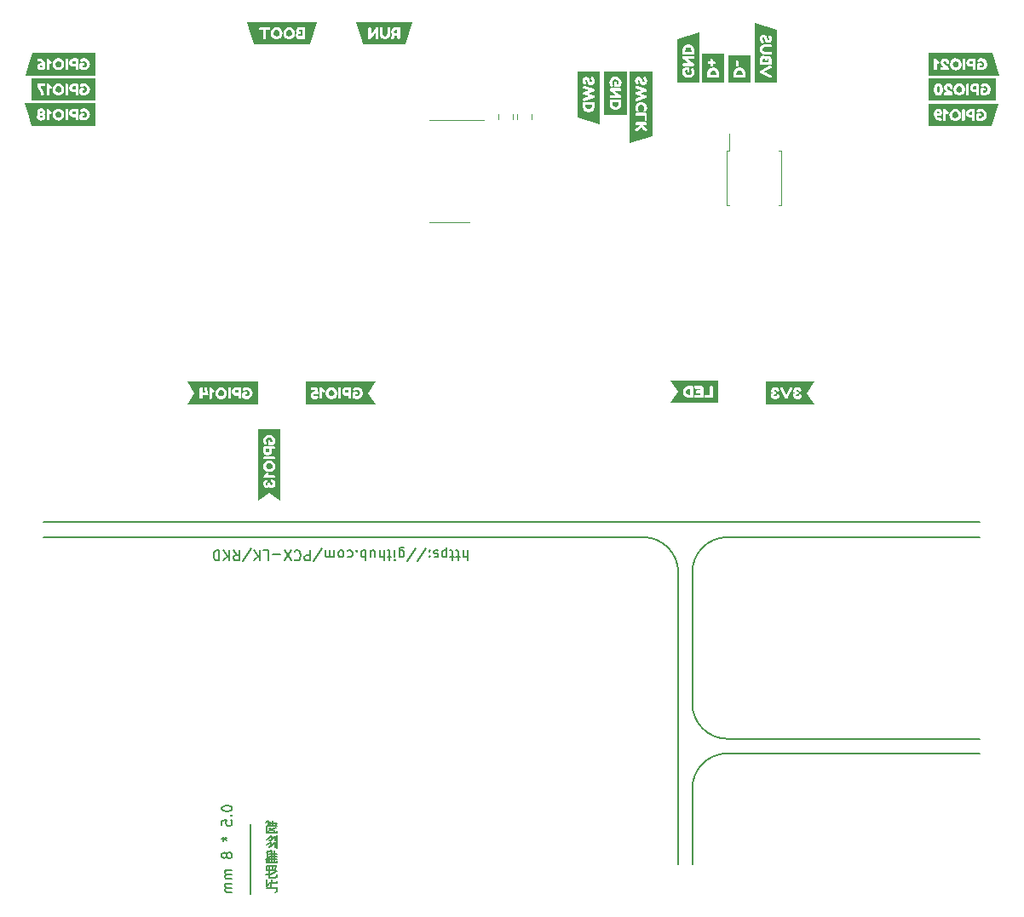
<source format=gbr>
%TF.GenerationSoftware,KiCad,Pcbnew,6.0.10+dfsg-2*%
%TF.CreationDate,2023-01-21T20:21:13+08:00*%
%TF.ProjectId,RKD,524b442e-6b69-4636-9164-5f7063625858,57*%
%TF.SameCoordinates,Original*%
%TF.FileFunction,Legend,Bot*%
%TF.FilePolarity,Positive*%
%FSLAX46Y46*%
G04 Gerber Fmt 4.6, Leading zero omitted, Abs format (unit mm)*
G04 Created by KiCad (PCBNEW 6.0.10+dfsg-2) date 2023-01-21 20:21:13*
%MOMM*%
%LPD*%
G01*
G04 APERTURE LIST*
%ADD10C,0.150000*%
%ADD11C,0.120000*%
G04 APERTURE END LIST*
D10*
X3500000Y41550252D02*
X63050252Y41550252D01*
X71500000Y43025126D02*
X63000000Y43025126D01*
X71449748Y20050178D02*
G75*
G03*
X67949748Y16550252I-48J-3499952D01*
G01*
X67949748Y25000000D02*
X67949748Y38050252D01*
X67949774Y25000000D02*
G75*
G03*
X71449748Y21500000I3500026J26D01*
G01*
X66550252Y9000000D02*
X66550252Y38050252D01*
X96500000Y21500000D02*
X71449748Y21500000D01*
X96500000Y43025126D02*
X71500000Y43025126D01*
X67949748Y9000000D02*
X67949748Y16550252D01*
X24000000Y6025126D02*
X24000000Y13025126D01*
X71449748Y41550252D02*
X96500000Y41550252D01*
X66550226Y38050252D02*
G75*
G03*
X63050252Y41550252I-3500026J-26D01*
G01*
X71449748Y20050252D02*
X96500000Y20050252D01*
X3500000Y43025126D02*
X63000000Y43025126D01*
X71449748Y41550278D02*
G75*
G03*
X67949748Y38050252I52J-3500052D01*
G01*
X45595238Y40227507D02*
X45595238Y39227507D01*
X45166666Y40227507D02*
X45166666Y39703698D01*
X45214285Y39608460D01*
X45309523Y39560841D01*
X45452380Y39560841D01*
X45547619Y39608460D01*
X45595238Y39656079D01*
X44833333Y39560841D02*
X44452380Y39560841D01*
X44690476Y39227507D02*
X44690476Y40084650D01*
X44642857Y40179888D01*
X44547619Y40227507D01*
X44452380Y40227507D01*
X44261904Y39560841D02*
X43880952Y39560841D01*
X44119047Y39227507D02*
X44119047Y40084650D01*
X44071428Y40179888D01*
X43976190Y40227507D01*
X43880952Y40227507D01*
X43547619Y39560841D02*
X43547619Y40560841D01*
X43547619Y39608460D02*
X43452380Y39560841D01*
X43261904Y39560841D01*
X43166666Y39608460D01*
X43119047Y39656079D01*
X43071428Y39751317D01*
X43071428Y40037031D01*
X43119047Y40132269D01*
X43166666Y40179888D01*
X43261904Y40227507D01*
X43452380Y40227507D01*
X43547619Y40179888D01*
X42690476Y40179888D02*
X42595238Y40227507D01*
X42404761Y40227507D01*
X42309523Y40179888D01*
X42261904Y40084650D01*
X42261904Y40037031D01*
X42309523Y39941793D01*
X42404761Y39894174D01*
X42547619Y39894174D01*
X42642857Y39846555D01*
X42690476Y39751317D01*
X42690476Y39703698D01*
X42642857Y39608460D01*
X42547619Y39560841D01*
X42404761Y39560841D01*
X42309523Y39608460D01*
X41833333Y40132269D02*
X41785714Y40179888D01*
X41833333Y40227507D01*
X41880952Y40179888D01*
X41833333Y40132269D01*
X41833333Y40227507D01*
X41833333Y39608460D02*
X41785714Y39656079D01*
X41833333Y39703698D01*
X41880952Y39656079D01*
X41833333Y39608460D01*
X41833333Y39703698D01*
X40642857Y39179888D02*
X41500000Y40465603D01*
X39595238Y39179888D02*
X40452380Y40465603D01*
X38833333Y39560841D02*
X38833333Y40370365D01*
X38880952Y40465603D01*
X38928571Y40513222D01*
X39023809Y40560841D01*
X39166666Y40560841D01*
X39261904Y40513222D01*
X38833333Y40179888D02*
X38928571Y40227507D01*
X39119047Y40227507D01*
X39214285Y40179888D01*
X39261904Y40132269D01*
X39309523Y40037031D01*
X39309523Y39751317D01*
X39261904Y39656079D01*
X39214285Y39608460D01*
X39119047Y39560841D01*
X38928571Y39560841D01*
X38833333Y39608460D01*
X38357142Y40227507D02*
X38357142Y39560841D01*
X38357142Y39227507D02*
X38404761Y39275126D01*
X38357142Y39322746D01*
X38309523Y39275126D01*
X38357142Y39227507D01*
X38357142Y39322746D01*
X38023809Y39560841D02*
X37642857Y39560841D01*
X37880952Y39227507D02*
X37880952Y40084650D01*
X37833333Y40179888D01*
X37738095Y40227507D01*
X37642857Y40227507D01*
X37309523Y40227507D02*
X37309523Y39227507D01*
X36880952Y40227507D02*
X36880952Y39703698D01*
X36928571Y39608460D01*
X37023809Y39560841D01*
X37166666Y39560841D01*
X37261904Y39608460D01*
X37309523Y39656079D01*
X35976190Y39560841D02*
X35976190Y40227507D01*
X36404761Y39560841D02*
X36404761Y40084650D01*
X36357142Y40179888D01*
X36261904Y40227507D01*
X36119047Y40227507D01*
X36023809Y40179888D01*
X35976190Y40132269D01*
X35500000Y40227507D02*
X35500000Y39227507D01*
X35500000Y39608460D02*
X35404761Y39560841D01*
X35214285Y39560841D01*
X35119047Y39608460D01*
X35071428Y39656079D01*
X35023809Y39751317D01*
X35023809Y40037031D01*
X35071428Y40132269D01*
X35119047Y40179888D01*
X35214285Y40227507D01*
X35404761Y40227507D01*
X35500000Y40179888D01*
X34595238Y40132269D02*
X34547619Y40179888D01*
X34595238Y40227507D01*
X34642857Y40179888D01*
X34595238Y40132269D01*
X34595238Y40227507D01*
X33690476Y40179888D02*
X33785714Y40227507D01*
X33976190Y40227507D01*
X34071428Y40179888D01*
X34119047Y40132269D01*
X34166666Y40037031D01*
X34166666Y39751317D01*
X34119047Y39656079D01*
X34071428Y39608460D01*
X33976190Y39560841D01*
X33785714Y39560841D01*
X33690476Y39608460D01*
X33119047Y40227507D02*
X33214285Y40179888D01*
X33261904Y40132269D01*
X33309523Y40037031D01*
X33309523Y39751317D01*
X33261904Y39656079D01*
X33214285Y39608460D01*
X33119047Y39560841D01*
X32976190Y39560841D01*
X32880952Y39608460D01*
X32833333Y39656079D01*
X32785714Y39751317D01*
X32785714Y40037031D01*
X32833333Y40132269D01*
X32880952Y40179888D01*
X32976190Y40227507D01*
X33119047Y40227507D01*
X32357142Y40227507D02*
X32357142Y39560841D01*
X32357142Y39656079D02*
X32309523Y39608460D01*
X32214285Y39560841D01*
X32071428Y39560841D01*
X31976190Y39608460D01*
X31928571Y39703698D01*
X31928571Y40227507D01*
X31928571Y39703698D02*
X31880952Y39608460D01*
X31785714Y39560841D01*
X31642857Y39560841D01*
X31547619Y39608460D01*
X31500000Y39703698D01*
X31500000Y40227507D01*
X30309523Y39179888D02*
X31166666Y40465603D01*
X29976190Y40227507D02*
X29976190Y39227507D01*
X29595238Y39227507D01*
X29500000Y39275126D01*
X29452380Y39322746D01*
X29404761Y39417984D01*
X29404761Y39560841D01*
X29452380Y39656079D01*
X29500000Y39703698D01*
X29595238Y39751317D01*
X29976190Y39751317D01*
X28404761Y40132269D02*
X28452380Y40179888D01*
X28595238Y40227507D01*
X28690476Y40227507D01*
X28833333Y40179888D01*
X28928571Y40084650D01*
X28976190Y39989412D01*
X29023809Y39798936D01*
X29023809Y39656079D01*
X28976190Y39465603D01*
X28928571Y39370365D01*
X28833333Y39275126D01*
X28690476Y39227507D01*
X28595238Y39227507D01*
X28452380Y39275126D01*
X28404761Y39322746D01*
X28071428Y39227507D02*
X27404761Y40227507D01*
X27404761Y39227507D02*
X28071428Y40227507D01*
X27023809Y39846555D02*
X26261904Y39846555D01*
X25309523Y40227507D02*
X25785714Y40227507D01*
X25785714Y39227507D01*
X24976190Y40227507D02*
X24976190Y39227507D01*
X24404761Y40227507D02*
X24833333Y39656079D01*
X24404761Y39227507D02*
X24976190Y39798936D01*
X23261904Y39179888D02*
X24119047Y40465603D01*
X22357142Y40227507D02*
X22690476Y39751317D01*
X22928571Y40227507D02*
X22928571Y39227507D01*
X22547619Y39227507D01*
X22452380Y39275126D01*
X22404761Y39322746D01*
X22357142Y39417984D01*
X22357142Y39560841D01*
X22404761Y39656079D01*
X22452380Y39703698D01*
X22547619Y39751317D01*
X22928571Y39751317D01*
X21928571Y40227507D02*
X21928571Y39227507D01*
X21357142Y40227507D02*
X21785714Y39656079D01*
X21357142Y39227507D02*
X21928571Y39798936D01*
X20928571Y40227507D02*
X20928571Y39227507D01*
X20690476Y39227507D01*
X20547619Y39275126D01*
X20452380Y39370365D01*
X20404761Y39465603D01*
X20357142Y39656079D01*
X20357142Y39798936D01*
X20404761Y39989412D01*
X20452380Y40084650D01*
X20547619Y40179888D01*
X20690476Y40227507D01*
X20928571Y40227507D01*
X25797619Y13275126D02*
X25797619Y12894174D01*
X25988095Y13275126D02*
X25988095Y12894174D01*
X26226190Y13370365D02*
X26226190Y12894174D01*
X26702380Y12322746D02*
X26702380Y12132269D01*
X25988095Y13132269D02*
X26654761Y13132269D01*
X25654761Y12798936D02*
X26702380Y12798936D01*
X25654761Y12798936D02*
X25654761Y12132269D01*
X26702380Y12132269D01*
X25940476Y12560841D02*
X26130952Y12465603D01*
X26464285Y12275126D01*
X25845238Y12322746D02*
X26559523Y12656079D01*
X25559523Y13179888D02*
X25845238Y13322746D01*
X26559523Y12894174D02*
X26654761Y13132269D01*
X26464285Y11227507D02*
X26464285Y10703698D01*
X26464285Y11798936D02*
X26464285Y11370365D01*
X26702380Y11894174D02*
X26702380Y10656079D01*
X25892857Y10703698D02*
X26083333Y10894174D01*
X25892857Y11132269D02*
X26083333Y11227507D01*
X26083333Y10846555D01*
X26464285Y11227507D01*
X25892857Y11370365D02*
X26083333Y11417984D01*
X25940476Y11703698D02*
X26130952Y11798936D01*
X26130952Y11465603D01*
X26464285Y11798936D01*
X25607142Y11513222D02*
X26035714Y11703698D01*
X25607142Y10941793D02*
X25988095Y11132269D01*
X25750000Y10417984D02*
X25750000Y9989412D01*
X25750000Y9846555D02*
X25750000Y9179888D01*
X26130952Y10370365D02*
X26130952Y9941793D01*
X26178571Y9798936D02*
X26178571Y9227507D01*
X26416666Y9798936D02*
X26416666Y9227507D01*
X25940476Y10084650D02*
X26702380Y10084650D01*
X25940476Y9798936D02*
X26702380Y9798936D01*
X25559523Y9513222D02*
X26702380Y9513222D01*
X25607142Y9417984D02*
X25654761Y9227507D01*
X25607142Y10179888D02*
X26130952Y10370365D01*
X25940476Y9798936D02*
X25940476Y9227507D01*
X26702380Y9227507D01*
X26702380Y9370365D01*
X26369047Y9941793D02*
X26416666Y10417984D01*
X25940476Y8846555D02*
X25940476Y8417984D01*
X26226190Y8846555D02*
X26226190Y8417984D01*
X26702380Y8037031D02*
X26702380Y7798936D01*
X25654761Y8846555D02*
X26559523Y8846555D01*
X25892857Y8322746D02*
X25892857Y7703698D01*
X26369047Y7703698D01*
X26702380Y7751317D01*
X25559523Y8037031D02*
X25988095Y8037031D01*
X26226190Y8084650D01*
X26464285Y8227507D01*
X26702380Y8370365D01*
X25654761Y8846555D02*
X25654761Y8417984D01*
X26464285Y8417984D01*
X26559523Y8941793D02*
X26464285Y8417984D01*
X26702380Y6703698D02*
X26702380Y6275126D01*
X26702380Y7322746D02*
X26702380Y7132269D01*
X25892857Y7132269D02*
X26702380Y7132269D01*
X25607142Y6656079D02*
X26654761Y6656079D01*
X25654761Y7465603D02*
X25654761Y6846555D01*
X25892857Y7084650D01*
X26464285Y6227507D02*
X26702380Y6275126D01*
X26083333Y6798936D02*
X26178571Y7465603D01*
X21202380Y14620365D02*
X21202380Y14525126D01*
X21250000Y14429888D01*
X21297619Y14382269D01*
X21392857Y14334650D01*
X21583333Y14287031D01*
X21821428Y14287031D01*
X22011904Y14334650D01*
X22107142Y14382269D01*
X22154761Y14429888D01*
X22202380Y14525126D01*
X22202380Y14620365D01*
X22154761Y14715603D01*
X22107142Y14763222D01*
X22011904Y14810841D01*
X21821428Y14858460D01*
X21583333Y14858460D01*
X21392857Y14810841D01*
X21297619Y14763222D01*
X21250000Y14715603D01*
X21202380Y14620365D01*
X22107142Y13858460D02*
X22154761Y13810841D01*
X22202380Y13858460D01*
X22154761Y13906079D01*
X22107142Y13858460D01*
X22202380Y13858460D01*
X21202380Y12906079D02*
X21202380Y13382269D01*
X21678571Y13429888D01*
X21630952Y13382269D01*
X21583333Y13287031D01*
X21583333Y13048936D01*
X21630952Y12953698D01*
X21678571Y12906079D01*
X21773809Y12858460D01*
X22011904Y12858460D01*
X22107142Y12906079D01*
X22154761Y12953698D01*
X22202380Y13048936D01*
X22202380Y13287031D01*
X22154761Y13382269D01*
X22107142Y13429888D01*
X21202380Y11525126D02*
X21440476Y11525126D01*
X21345238Y11763222D02*
X21440476Y11525126D01*
X21345238Y11287031D01*
X21630952Y11667984D02*
X21440476Y11525126D01*
X21630952Y11382269D01*
X21630952Y10001317D02*
X21583333Y10096555D01*
X21535714Y10144174D01*
X21440476Y10191793D01*
X21392857Y10191793D01*
X21297619Y10144174D01*
X21250000Y10096555D01*
X21202380Y10001317D01*
X21202380Y9810841D01*
X21250000Y9715603D01*
X21297619Y9667984D01*
X21392857Y9620365D01*
X21440476Y9620365D01*
X21535714Y9667984D01*
X21583333Y9715603D01*
X21630952Y9810841D01*
X21630952Y10001317D01*
X21678571Y10096555D01*
X21726190Y10144174D01*
X21821428Y10191793D01*
X22011904Y10191793D01*
X22107142Y10144174D01*
X22154761Y10096555D01*
X22202380Y10001317D01*
X22202380Y9810841D01*
X22154761Y9715603D01*
X22107142Y9667984D01*
X22011904Y9620365D01*
X21821428Y9620365D01*
X21726190Y9667984D01*
X21678571Y9715603D01*
X21630952Y9810841D01*
X22202380Y8429888D02*
X21535714Y8429888D01*
X21630952Y8429888D02*
X21583333Y8382269D01*
X21535714Y8287031D01*
X21535714Y8144174D01*
X21583333Y8048936D01*
X21678571Y8001317D01*
X22202380Y8001317D01*
X21678571Y8001317D02*
X21583333Y7953698D01*
X21535714Y7858460D01*
X21535714Y7715603D01*
X21583333Y7620365D01*
X21678571Y7572746D01*
X22202380Y7572746D01*
X22202380Y7096555D02*
X21535714Y7096555D01*
X21630952Y7096555D02*
X21583333Y7048936D01*
X21535714Y6953698D01*
X21535714Y6810841D01*
X21583333Y6715603D01*
X21678571Y6667984D01*
X22202380Y6667984D01*
X21678571Y6667984D02*
X21583333Y6620365D01*
X21535714Y6525126D01*
X21535714Y6382269D01*
X21583333Y6287031D01*
X21678571Y6239412D01*
X22202380Y6239412D01*
D11*
%TO.C,U1*%
X76786400Y79994326D02*
X76526400Y79994326D01*
X71596400Y79994326D02*
X71596400Y81669326D01*
X71336400Y77269326D02*
X71336400Y79994326D01*
X71336400Y79994326D02*
X71596400Y79994326D01*
X76786400Y74544326D02*
X76526400Y74544326D01*
X76786400Y77269326D02*
X76786400Y74544326D01*
X76786400Y77269326D02*
X76786400Y79994326D01*
X71336400Y74544326D02*
X71596400Y74544326D01*
X71336400Y77269326D02*
X71336400Y74544326D01*
%TO.C,U3*%
X43810000Y72895126D02*
X45760000Y72895126D01*
X43810000Y83015126D02*
X41860000Y83015126D01*
X43810000Y72895126D02*
X41860000Y72895126D01*
X43810000Y83015126D02*
X47260000Y83015126D01*
%TO.C,R12*%
X48637600Y83592390D02*
X48637600Y83138262D01*
X50107600Y83592390D02*
X50107600Y83138262D01*
%TO.C,R9*%
X50542600Y83592390D02*
X50542600Y83138262D01*
X52012600Y83592390D02*
X52012600Y83138262D01*
%TO.C,kibuzzard-6354F197*%
G36*
X94587013Y86377012D02*
G01*
X94683056Y86310932D01*
X94733327Y86246286D01*
X94763490Y86169821D01*
X94773544Y86081538D01*
X94763401Y85993256D01*
X94732974Y85916791D01*
X94682263Y85852145D01*
X94585623Y85786065D01*
X94478269Y85764038D01*
X94371113Y85785470D01*
X94275069Y85849763D01*
X94224798Y85913440D01*
X94194635Y85990169D01*
X94184581Y86079951D01*
X94194724Y86169909D01*
X94225151Y86247168D01*
X94275863Y86311726D01*
X94372502Y86377210D01*
X94479856Y86399038D01*
X94587013Y86377012D01*
G37*
G36*
X92485361Y86382221D02*
G01*
X92535963Y86322243D01*
X92566323Y86222280D01*
X92576444Y86082332D01*
X92566423Y85942384D01*
X92536359Y85842421D01*
X92486254Y85782444D01*
X92416106Y85762451D01*
X92344570Y85781898D01*
X92293472Y85840238D01*
X92262813Y85937473D01*
X92252594Y86073601D01*
X92252594Y86083126D01*
X92262714Y86222727D01*
X92293075Y86322442D01*
X92343677Y86382271D01*
X92414519Y86402213D01*
X92485361Y86382221D01*
G37*
G36*
X96161019Y86103763D02*
G01*
X95960994Y86103763D01*
X95867331Y86138688D01*
X95821294Y86243463D01*
X95867331Y86349032D01*
X95962581Y86384751D01*
X96161019Y86384751D01*
X96161019Y86103763D01*
G37*
G36*
X91458976Y87199006D02*
G01*
X98111924Y87199006D01*
X98111924Y84967246D01*
X91458976Y84967246D01*
X91458976Y86081538D01*
X91971606Y86081538D01*
X91979345Y85945311D01*
X92002563Y85823967D01*
X92041258Y85717505D01*
X92095431Y85625926D01*
X92150398Y85567982D01*
X92223225Y85521151D01*
X92311530Y85490195D01*
X92412931Y85479876D01*
X92514730Y85490393D01*
X92604225Y85521945D01*
X92678441Y85568974D01*
X92734400Y85625926D01*
X92742883Y85639420D01*
X92920931Y85639420D01*
X92931250Y85559251D01*
X92965381Y85517976D01*
X93063806Y85498926D01*
X93684519Y85498926D01*
X93782944Y85541788D01*
X93824219Y85641801D01*
X93809336Y85724153D01*
X93764688Y85799757D01*
X93699005Y85866829D01*
X93621019Y85923582D01*
X93536881Y85974779D01*
X93452744Y86025182D01*
X93374758Y86078562D01*
X93363703Y86088682D01*
X93903594Y86088682D01*
X93913913Y85967536D01*
X93944869Y85855717D01*
X93996463Y85753224D01*
X94068694Y85660057D01*
X94156006Y85582617D01*
X94252844Y85527303D01*
X94359206Y85494114D01*
X94475094Y85483051D01*
X94591229Y85493965D01*
X94698336Y85526707D01*
X94796414Y85581278D01*
X94866959Y85641801D01*
X95157719Y85641801D01*
X95160100Y85586238D01*
X95175181Y85544963D01*
X95217250Y85512817D01*
X95299006Y85502101D01*
X95387113Y85517182D01*
X95429181Y85562426D01*
X95438706Y85643388D01*
X95438706Y86243463D01*
X95541894Y86243463D01*
X95552213Y86145237D01*
X95583169Y86056932D01*
X95630397Y85982121D01*
X95689531Y85924376D01*
X95778431Y85867932D01*
X95869448Y85834065D01*
X95962581Y85822776D01*
X96161019Y85822776D01*
X96161019Y85643388D01*
X96163400Y85588620D01*
X96178481Y85546551D01*
X96220550Y85514404D01*
X96302306Y85503688D01*
X96390413Y85518373D01*
X96432481Y85562426D01*
X96442006Y85644976D01*
X96442006Y85721176D01*
X96569006Y85721176D01*
X96613456Y85624338D01*
X96688466Y85563914D01*
X96780144Y85520754D01*
X96888491Y85494858D01*
X97013506Y85486226D01*
X97127905Y85497388D01*
X97234566Y85530874D01*
X97333487Y85586685D01*
X97424669Y85664820D01*
X97501067Y85758730D01*
X97555638Y85861868D01*
X97588380Y85974233D01*
X97599294Y86095826D01*
X97588181Y86216823D01*
X97554844Y86327403D01*
X97499281Y86427564D01*
X97421494Y86517307D01*
X97328625Y86591275D01*
X97227819Y86644109D01*
X97119075Y86675809D01*
X97002394Y86686376D01*
X96879803Y86672618D01*
X96761799Y86631343D01*
X96648381Y86562551D01*
X96605519Y86491907D01*
X96642031Y86402213D01*
X96701166Y86339110D01*
X96754744Y86318076D01*
X96851581Y86361732D01*
X96924606Y86394474D01*
X97010331Y86405388D01*
X97124234Y86384156D01*
X97224644Y86320457D01*
X97294891Y86222429D01*
X97318306Y86098207D01*
X97307723Y86011248D01*
X97275973Y85933460D01*
X97223056Y85864845D01*
X97121456Y85792812D01*
X97007156Y85768801D01*
X96924209Y85775945D01*
X96849994Y85797376D01*
X96849994Y85970413D01*
X96975406Y85970413D01*
X97045256Y85983113D01*
X97072244Y86020420D01*
X97078594Y86087095D01*
X97071450Y86154563D01*
X97045256Y86189488D01*
X96969056Y86203776D01*
X96689656Y86203776D01*
X96584881Y86159326D01*
X96569006Y86070426D01*
X96569006Y85721176D01*
X96442006Y85721176D01*
X96442006Y86526038D01*
X96439625Y86580807D01*
X96424544Y86622876D01*
X96382475Y86655023D01*
X96300719Y86665738D01*
X95960994Y86665738D01*
X95868742Y86654450D01*
X95778255Y86620583D01*
X95689531Y86564138D01*
X95630397Y86506195D01*
X95583169Y86430788D01*
X95552213Y86341888D01*
X95541894Y86243463D01*
X95438706Y86243463D01*
X95438706Y86526038D01*
X95436325Y86580807D01*
X95421244Y86622876D01*
X95379175Y86655023D01*
X95297419Y86665738D01*
X95208916Y86651054D01*
X95165656Y86607001D01*
X95157719Y86524451D01*
X95157719Y85641801D01*
X94866959Y85641801D01*
X94885463Y85657676D01*
X94959430Y85749156D01*
X95012264Y85848970D01*
X95043964Y85957118D01*
X95054531Y86073601D01*
X95042625Y86201196D01*
X95006906Y86320457D01*
X94951344Y86426224D01*
X94879906Y86513338D01*
X94794578Y86582792D01*
X94697344Y86635576D01*
X94592569Y86668913D01*
X94484619Y86680026D01*
X94371013Y86669410D01*
X94265147Y86637560D01*
X94167020Y86584478D01*
X94076631Y86510163D01*
X94000927Y86420122D01*
X93946853Y86319862D01*
X93914409Y86209382D01*
X93903594Y86088682D01*
X93363703Y86088682D01*
X93309075Y86138688D01*
X93264427Y86204173D01*
X93249544Y86273626D01*
X93260656Y86314107D01*
X93285262Y86356970D01*
X93327331Y86387926D01*
X93406706Y86402213D01*
X93494813Y86364907D01*
X93536881Y86291088D01*
X93543231Y86254576D01*
X93543231Y86245051D01*
X93545613Y86192663D01*
X93560694Y86152976D01*
X93603556Y86124401D01*
X93684519Y86114876D01*
X93773022Y86129957D01*
X93816281Y86175201D01*
X93824219Y86256163D01*
X93811078Y86362438D01*
X93771655Y86461127D01*
X93705950Y86552232D01*
X93618990Y86624993D01*
X93515803Y86668649D01*
X93396388Y86683201D01*
X93276884Y86668473D01*
X93173432Y86624287D01*
X93086031Y86550645D01*
X93019885Y86458129D01*
X92980198Y86357323D01*
X92966969Y86248226D01*
X92976891Y86160120D01*
X93006656Y86076776D01*
X93050313Y86003751D01*
X93101906Y85946601D01*
X93213031Y85858892D01*
X93311456Y85805313D01*
X93351144Y85789438D01*
X93351144Y85781501D01*
X93060631Y85781501D01*
X92967762Y85766420D01*
X92930456Y85720382D01*
X92920931Y85639420D01*
X92742883Y85639420D01*
X92777064Y85693792D01*
X92811394Y85773563D01*
X92836970Y85868637D01*
X92852316Y85971825D01*
X92857431Y86083126D01*
X92853286Y86183844D01*
X92840851Y86274332D01*
X92820125Y86354588D01*
X92780636Y86455196D01*
X92736781Y86531595D01*
X92681417Y86590729D01*
X92607400Y86639545D01*
X92517508Y86672287D01*
X92414519Y86683201D01*
X92311927Y86672485D01*
X92223225Y86640339D01*
X92150200Y86592317D01*
X92094637Y86533976D01*
X92052370Y86464920D01*
X92019231Y86384751D01*
X91992773Y86287561D01*
X91976898Y86186490D01*
X91971606Y86081538D01*
X91458976Y86081538D01*
X91458976Y87199006D01*
G37*
%TO.C,kibuzzard-6379AD65*%
G36*
X68671705Y91738542D02*
G01*
X68671705Y86730958D01*
X66446295Y86730958D01*
X66446295Y87829376D01*
X66958925Y87829376D01*
X66970087Y87714977D01*
X67003573Y87608317D01*
X67059384Y87509395D01*
X67137519Y87418213D01*
X67231429Y87341815D01*
X67334567Y87287245D01*
X67446932Y87254502D01*
X67568525Y87243588D01*
X67689522Y87254701D01*
X67800102Y87288038D01*
X67900263Y87343601D01*
X67990006Y87421388D01*
X68063974Y87514257D01*
X68116808Y87615063D01*
X68148508Y87723807D01*
X68159075Y87840488D01*
X68145317Y87963079D01*
X68104042Y88081083D01*
X68035250Y88194501D01*
X67964606Y88237363D01*
X67874913Y88200851D01*
X67811809Y88141717D01*
X67790775Y88088138D01*
X67834431Y87991301D01*
X67867173Y87918276D01*
X67878087Y87832551D01*
X67856855Y87718648D01*
X67793156Y87618238D01*
X67695128Y87547992D01*
X67570906Y87524576D01*
X67483947Y87535159D01*
X67406159Y87566909D01*
X67337544Y87619826D01*
X67265511Y87721426D01*
X67241500Y87835726D01*
X67248644Y87918673D01*
X67270075Y87992888D01*
X67443112Y87992888D01*
X67443112Y87867476D01*
X67455812Y87797626D01*
X67493119Y87770638D01*
X67559794Y87764288D01*
X67627263Y87771432D01*
X67662187Y87797626D01*
X67676475Y87873826D01*
X67676475Y88153226D01*
X67632025Y88258001D01*
X67543125Y88273876D01*
X67193875Y88273876D01*
X67097037Y88229426D01*
X67036613Y88154417D01*
X66993453Y88062738D01*
X66967557Y87954392D01*
X66958925Y87829376D01*
X66446295Y87829376D01*
X66446295Y89275588D01*
X66974800Y89275588D01*
X66984325Y89189863D01*
X67014487Y89150176D01*
X67164065Y89037904D01*
X67295299Y88939215D01*
X67408187Y88854107D01*
X67502732Y88782581D01*
X67578932Y88724638D01*
X67636788Y88680276D01*
X67114500Y88680276D01*
X67058937Y88677895D01*
X67017662Y88662813D01*
X66985516Y88620745D01*
X66974800Y88538988D01*
X66985516Y88459613D01*
X67017662Y88418338D01*
X67060525Y88403257D01*
X67116087Y88400876D01*
X68001913Y88400876D01*
X68090019Y88415957D01*
X68127325Y88461201D01*
X68136850Y88538988D01*
X68128119Y88614395D01*
X68108275Y88653288D01*
X68067000Y88689801D01*
X67923728Y88795281D01*
X67797654Y88888415D01*
X67688778Y88969201D01*
X67597100Y89037640D01*
X67522620Y89093731D01*
X67465337Y89137476D01*
X68001913Y89137476D01*
X68090019Y89152557D01*
X68127325Y89197801D01*
X68136850Y89273207D01*
X68128912Y89346232D01*
X68109862Y89387507D01*
X68076525Y89407351D01*
X67995562Y89416876D01*
X67114500Y89416876D01*
X67058937Y89414495D01*
X67017662Y89399413D01*
X66985516Y89357345D01*
X66974800Y89275588D01*
X66446295Y89275588D01*
X66446295Y89683576D01*
X66976387Y89683576D01*
X66986309Y89604995D01*
X67016075Y89562926D01*
X67117675Y89543876D01*
X68000325Y89543876D01*
X68055888Y89546257D01*
X68097163Y89561338D01*
X68129309Y89603407D01*
X68140025Y89685163D01*
X68138437Y89978851D01*
X68128069Y90090472D01*
X68096964Y90195148D01*
X68045122Y90292878D01*
X67972544Y90383663D01*
X67884834Y90460062D01*
X67787600Y90514632D01*
X67680841Y90547374D01*
X67564556Y90558288D01*
X67447825Y90547622D01*
X67339727Y90515624D01*
X67240260Y90462294D01*
X67149425Y90387632D01*
X67073721Y90297790D01*
X67019647Y90198918D01*
X66987202Y90091018D01*
X66976387Y89974088D01*
X66976387Y89683576D01*
X66446295Y89683576D01*
X66446295Y91070919D01*
X68671705Y91738542D01*
G37*
G36*
X67673895Y90254877D02*
G01*
X67770931Y90187607D01*
X67835820Y90090174D01*
X67857450Y89977263D01*
X67857450Y89824863D01*
X67257375Y89824863D01*
X67257375Y89978851D01*
X67278608Y90087595D01*
X67342306Y90185226D01*
X67438152Y90254282D01*
X67555825Y90277301D01*
X67673895Y90254877D01*
G37*
%TO.C,kibuzzard-635D2DDA*%
G36*
X38637131Y91699701D02*
G01*
X38433931Y91699701D01*
X38341856Y91734626D01*
X38295819Y91839401D01*
X38341856Y91944970D01*
X38437106Y91980688D01*
X38637131Y91980688D01*
X38637131Y91699701D01*
G37*
G36*
X34572390Y92775894D02*
G01*
X40093610Y92775894D01*
X39430749Y90566358D01*
X35235251Y90566358D01*
X35033837Y91237738D01*
X35747881Y91237738D01*
X35750262Y91182176D01*
X35765344Y91140901D01*
X35807412Y91108754D01*
X35889169Y91098038D01*
X35974894Y91107563D01*
X36014581Y91137726D01*
X36126853Y91287304D01*
X36225542Y91418537D01*
X36310650Y91531426D01*
X36382176Y91625970D01*
X36440119Y91702170D01*
X36484481Y91760026D01*
X36484481Y91237738D01*
X36486863Y91182176D01*
X36501944Y91140901D01*
X36544012Y91108754D01*
X36625769Y91098038D01*
X36705144Y91108754D01*
X36746419Y91140901D01*
X36761500Y91183763D01*
X36763881Y91239326D01*
X36763881Y91640963D01*
X36890881Y91640963D01*
X36899017Y91538570D01*
X36923425Y91440938D01*
X36964105Y91348070D01*
X37021056Y91259963D01*
X37093684Y91186740D01*
X37184569Y91128995D01*
X37289939Y91091490D01*
X37406025Y91078988D01*
X37521912Y91091688D01*
X37626687Y91129788D01*
X37716580Y91188526D01*
X37739316Y91212338D01*
X38003719Y91212338D01*
X38028325Y91156776D01*
X38102144Y91110738D01*
X38183900Y91088513D01*
X38234700Y91103595D01*
X38264069Y91134551D01*
X38284883Y91179883D01*
X38326158Y91275662D01*
X38387894Y91421888D01*
X38437106Y91418713D01*
X38637131Y91418713D01*
X38637131Y91239326D01*
X38639513Y91184557D01*
X38654594Y91142488D01*
X38696663Y91110342D01*
X38778419Y91099626D01*
X38866525Y91114310D01*
X38908594Y91158363D01*
X38918119Y91240913D01*
X38918119Y92121976D01*
X38915738Y92176745D01*
X38900656Y92218813D01*
X38858588Y92250960D01*
X38776831Y92261676D01*
X38433931Y92261676D01*
X38341680Y92250387D01*
X38251192Y92216520D01*
X38162469Y92160076D01*
X38104525Y92102132D01*
X38057694Y92026726D01*
X38026738Y91937826D01*
X38016419Y91839401D01*
X38029648Y91726865D01*
X38069335Y91628440D01*
X38135481Y91544126D01*
X38107965Y91479038D01*
X38071981Y91395959D01*
X38027531Y91294888D01*
X38003719Y91212338D01*
X37739316Y91212338D01*
X37787819Y91263138D01*
X37844076Y91350054D01*
X37884259Y91442526D01*
X37908370Y91540554D01*
X37916406Y91644138D01*
X37916406Y92121976D01*
X37914025Y92178332D01*
X37898944Y92220401D01*
X37856081Y92253739D01*
X37775119Y92263263D01*
X37694156Y92253739D01*
X37652881Y92220401D01*
X37633831Y92120388D01*
X37633831Y91644138D01*
X37621925Y91549682D01*
X37586206Y91459988D01*
X37514769Y91388551D01*
X37402056Y91361564D01*
X37300853Y91382995D01*
X37229019Y91447288D01*
X37186156Y91539760D01*
X37171869Y91645726D01*
X37171869Y92131501D01*
X37155994Y92218813D01*
X37109956Y92253739D01*
X37034550Y92263263D01*
X36962319Y92255326D01*
X36921044Y92236276D01*
X36900406Y92202938D01*
X36890881Y92120388D01*
X36890881Y91640963D01*
X36763881Y91640963D01*
X36763881Y92125151D01*
X36748800Y92213257D01*
X36703556Y92250563D01*
X36625769Y92260089D01*
X36550362Y92251357D01*
X36511469Y92231513D01*
X36474956Y92190239D01*
X36369476Y92046967D01*
X36276342Y91920893D01*
X36195556Y91812017D01*
X36127117Y91720338D01*
X36071026Y91645858D01*
X36027281Y91588576D01*
X36027281Y92125151D01*
X36012200Y92213257D01*
X35966956Y92250563D01*
X35891550Y92260089D01*
X35818525Y92252151D01*
X35777250Y92233101D01*
X35757406Y92199763D01*
X35747881Y92118801D01*
X35747881Y91237738D01*
X35033837Y91237738D01*
X34572390Y92775894D01*
G37*
%TO.C,kibuzzard-6379AD90*%
G36*
X95818119Y88598176D02*
G01*
X95618094Y88598176D01*
X95524431Y88633101D01*
X95478394Y88737876D01*
X95524431Y88843445D01*
X95619681Y88879163D01*
X95818119Y88879163D01*
X95818119Y88598176D01*
G37*
G36*
X94244113Y88871424D02*
G01*
X94340156Y88805345D01*
X94390427Y88740698D01*
X94420590Y88664234D01*
X94430644Y88575951D01*
X94420502Y88487668D01*
X94390074Y88411204D01*
X94339363Y88346557D01*
X94242724Y88280478D01*
X94135369Y88258451D01*
X94028213Y88279882D01*
X93932169Y88344176D01*
X93881898Y88407852D01*
X93851736Y88484582D01*
X93841681Y88574363D01*
X93851824Y88664322D01*
X93882251Y88741580D01*
X93932963Y88806138D01*
X94029602Y88871623D01*
X94136956Y88893451D01*
X94244113Y88871424D01*
G37*
G36*
X91458976Y89693419D02*
G01*
X97769024Y89693419D01*
X98437600Y87464833D01*
X91458976Y87464833D01*
X91458976Y88133038D01*
X91971606Y88133038D01*
X91973988Y88078270D01*
X91989069Y88036201D01*
X92031138Y88004054D01*
X92112894Y87993338D01*
X92192666Y88003657D01*
X92235131Y88034613D01*
X92250213Y88078270D01*
X92252496Y88133832D01*
X92578031Y88133832D01*
X92588350Y88053663D01*
X92622481Y88012388D01*
X92720906Y87993338D01*
X93341619Y87993338D01*
X93440044Y88036201D01*
X93481319Y88136213D01*
X93466436Y88218565D01*
X93421788Y88294170D01*
X93356105Y88361242D01*
X93278119Y88417995D01*
X93193981Y88469192D01*
X93109844Y88519595D01*
X93031858Y88572974D01*
X93020802Y88583095D01*
X93560694Y88583095D01*
X93571013Y88461949D01*
X93601969Y88350129D01*
X93653563Y88247636D01*
X93725794Y88154470D01*
X93813106Y88077030D01*
X93909944Y88021715D01*
X94016306Y87988526D01*
X94132194Y87977463D01*
X94248329Y87988378D01*
X94355436Y88021120D01*
X94453514Y88075690D01*
X94524059Y88136213D01*
X94814819Y88136213D01*
X94817200Y88080651D01*
X94832281Y88039376D01*
X94874350Y88007229D01*
X94956106Y87996513D01*
X95044213Y88011595D01*
X95086281Y88056838D01*
X95095806Y88137801D01*
X95095806Y88737876D01*
X95198994Y88737876D01*
X95209313Y88639649D01*
X95240269Y88551345D01*
X95287497Y88476534D01*
X95346631Y88418788D01*
X95435531Y88362344D01*
X95526548Y88328477D01*
X95619681Y88317188D01*
X95818119Y88317188D01*
X95818119Y88137801D01*
X95820500Y88083032D01*
X95835581Y88040963D01*
X95877650Y88008817D01*
X95959406Y87998101D01*
X96047513Y88012785D01*
X96089581Y88056838D01*
X96099106Y88139388D01*
X96099106Y88215588D01*
X96226106Y88215588D01*
X96270556Y88118751D01*
X96345566Y88058327D01*
X96437244Y88015167D01*
X96545591Y87989271D01*
X96670606Y87980638D01*
X96785006Y87991801D01*
X96891666Y88025287D01*
X96990587Y88081097D01*
X97081769Y88159232D01*
X97158167Y88253143D01*
X97212738Y88356281D01*
X97245480Y88468646D01*
X97256394Y88590238D01*
X97245281Y88711236D01*
X97211944Y88821815D01*
X97156381Y88921976D01*
X97078594Y89011720D01*
X96985725Y89085687D01*
X96884919Y89138521D01*
X96776175Y89170222D01*
X96659494Y89180788D01*
X96536904Y89167030D01*
X96418899Y89125755D01*
X96305481Y89056963D01*
X96262619Y88986320D01*
X96299131Y88896626D01*
X96358266Y88833523D01*
X96411844Y88812488D01*
X96508681Y88856145D01*
X96581706Y88888887D01*
X96667431Y88899801D01*
X96781335Y88878568D01*
X96881744Y88814870D01*
X96951991Y88716842D01*
X96975406Y88592620D01*
X96964823Y88505660D01*
X96933073Y88427873D01*
X96880156Y88359257D01*
X96778556Y88287224D01*
X96664256Y88263213D01*
X96581310Y88270357D01*
X96507094Y88291788D01*
X96507094Y88464826D01*
X96632506Y88464826D01*
X96702356Y88477526D01*
X96729344Y88514832D01*
X96735694Y88581507D01*
X96728550Y88648976D01*
X96702356Y88683901D01*
X96626156Y88698188D01*
X96346756Y88698188D01*
X96241981Y88653738D01*
X96226106Y88564838D01*
X96226106Y88215588D01*
X96099106Y88215588D01*
X96099106Y89020451D01*
X96096725Y89075220D01*
X96081644Y89117288D01*
X96039575Y89149435D01*
X95957819Y89160151D01*
X95618094Y89160151D01*
X95525843Y89148862D01*
X95435355Y89114995D01*
X95346631Y89058551D01*
X95287497Y89000607D01*
X95240269Y88925201D01*
X95209313Y88836301D01*
X95198994Y88737876D01*
X95095806Y88737876D01*
X95095806Y89020451D01*
X95093425Y89075220D01*
X95078344Y89117288D01*
X95036275Y89149435D01*
X94954519Y89160151D01*
X94866016Y89145467D01*
X94822756Y89101413D01*
X94814819Y89018863D01*
X94814819Y88136213D01*
X94524059Y88136213D01*
X94542563Y88152088D01*
X94616530Y88243568D01*
X94669364Y88343382D01*
X94701065Y88451531D01*
X94711631Y88568013D01*
X94699725Y88695609D01*
X94664006Y88814870D01*
X94608444Y88920637D01*
X94537006Y89007751D01*
X94451678Y89077204D01*
X94354444Y89129988D01*
X94249669Y89163326D01*
X94141719Y89174438D01*
X94028113Y89163822D01*
X93922247Y89131973D01*
X93824120Y89078891D01*
X93733731Y89004576D01*
X93658028Y88914535D01*
X93603953Y88814274D01*
X93571509Y88703794D01*
X93560694Y88583095D01*
X93020802Y88583095D01*
X92966175Y88633101D01*
X92921527Y88698585D01*
X92906644Y88768038D01*
X92917756Y88808520D01*
X92942363Y88851382D01*
X92984431Y88882338D01*
X93063806Y88896626D01*
X93151913Y88859320D01*
X93193981Y88785501D01*
X93200331Y88748988D01*
X93200331Y88739463D01*
X93202713Y88687076D01*
X93217794Y88647388D01*
X93260656Y88618813D01*
X93341619Y88609288D01*
X93430122Y88624370D01*
X93473381Y88669613D01*
X93481319Y88750576D01*
X93468178Y88856850D01*
X93428755Y88955540D01*
X93363050Y89046645D01*
X93276090Y89119405D01*
X93172903Y89163061D01*
X93053488Y89177613D01*
X92933984Y89162885D01*
X92830532Y89118700D01*
X92743131Y89045057D01*
X92676986Y88952541D01*
X92637298Y88851735D01*
X92624069Y88742638D01*
X92633991Y88654532D01*
X92663756Y88571188D01*
X92707413Y88498163D01*
X92759006Y88441013D01*
X92870131Y88353304D01*
X92968556Y88299726D01*
X93008244Y88283851D01*
X93008244Y88275913D01*
X92717731Y88275913D01*
X92624863Y88260832D01*
X92587556Y88214795D01*
X92578031Y88133832D01*
X92252496Y88133832D01*
X92252594Y88136213D01*
X92252594Y88702951D01*
X92273231Y88683901D01*
X92384356Y88634688D01*
X92480400Y88690251D01*
X92530406Y88788676D01*
X92473256Y88882338D01*
X92212906Y89117288D01*
X92208144Y89120463D01*
X92118450Y89161738D01*
X92043044Y89153801D01*
X92001769Y89135545D01*
X91979544Y89101413D01*
X91971606Y89017276D01*
X91971606Y88133038D01*
X91458976Y88133038D01*
X91458976Y89693419D01*
G37*
%TO.C,kibuzzard-6379AD2A*%
G36*
X60621625Y84623618D02*
G01*
X60600392Y84514875D01*
X60536694Y84417244D01*
X60440848Y84348187D01*
X60323175Y84325168D01*
X60205105Y84347592D01*
X60108069Y84414862D01*
X60043180Y84512295D01*
X60021550Y84625206D01*
X60021550Y84777606D01*
X60621625Y84777606D01*
X60621625Y84623618D01*
G37*
G36*
X59207295Y83531551D02*
G01*
X59207295Y84917306D01*
X59738975Y84917306D01*
X59740563Y84623618D01*
X59750931Y84511997D01*
X59782036Y84407322D01*
X59833878Y84309591D01*
X59906456Y84218806D01*
X59994166Y84142408D01*
X60091400Y84087837D01*
X60198159Y84055095D01*
X60314444Y84044181D01*
X60431175Y84054847D01*
X60539273Y84086845D01*
X60638740Y84140175D01*
X60729575Y84214837D01*
X60805279Y84304680D01*
X60859353Y84403551D01*
X60891798Y84511452D01*
X60902613Y84628381D01*
X60902613Y84918893D01*
X60892691Y84997475D01*
X60862925Y85039544D01*
X60761325Y85058594D01*
X59878675Y85058594D01*
X59823112Y85056212D01*
X59781837Y85041131D01*
X59749691Y84999062D01*
X59738975Y84917306D01*
X59207295Y84917306D01*
X59207295Y85329262D01*
X59742150Y85329262D01*
X59750088Y85256237D01*
X59769138Y85214962D01*
X59802475Y85195119D01*
X59883438Y85185593D01*
X60764500Y85185593D01*
X60820063Y85187975D01*
X60861338Y85203056D01*
X60893484Y85245125D01*
X60904200Y85326881D01*
X60894675Y85412606D01*
X60864513Y85452293D01*
X60714935Y85564565D01*
X60583701Y85663255D01*
X60470813Y85748362D01*
X60376268Y85819888D01*
X60300068Y85877832D01*
X60242212Y85922193D01*
X60764500Y85922193D01*
X60820063Y85924575D01*
X60861338Y85939656D01*
X60893484Y85981725D01*
X60904200Y86063481D01*
X60893484Y86142856D01*
X60861338Y86184131D01*
X60818475Y86199212D01*
X60762913Y86201593D01*
X59877087Y86201593D01*
X59788981Y86186512D01*
X59751675Y86141269D01*
X59742150Y86063481D01*
X59750881Y85988075D01*
X59770725Y85949181D01*
X59812000Y85912669D01*
X59955272Y85807188D01*
X60081346Y85714055D01*
X60190222Y85633268D01*
X60281900Y85564830D01*
X60356380Y85508738D01*
X60413663Y85464993D01*
X59877087Y85464993D01*
X59788981Y85449912D01*
X59751675Y85404668D01*
X59742150Y85329262D01*
X59207295Y85329262D01*
X59207295Y86761981D01*
X59719925Y86761981D01*
X59733683Y86639391D01*
X59774958Y86521387D01*
X59843750Y86407968D01*
X59914394Y86365106D01*
X60004087Y86401618D01*
X60067191Y86460753D01*
X60088225Y86514331D01*
X60044569Y86611169D01*
X60011827Y86684193D01*
X60000913Y86769919D01*
X60022145Y86883822D01*
X60085844Y86984231D01*
X60183872Y87054478D01*
X60308094Y87077894D01*
X60395053Y87067310D01*
X60472841Y87035560D01*
X60541456Y86982643D01*
X60613489Y86881044D01*
X60637500Y86766744D01*
X60630356Y86683797D01*
X60608925Y86609581D01*
X60435888Y86609581D01*
X60435888Y86734994D01*
X60423188Y86804844D01*
X60385881Y86831831D01*
X60319206Y86838181D01*
X60251737Y86831037D01*
X60216813Y86804844D01*
X60202525Y86728643D01*
X60202525Y86449243D01*
X60246975Y86344468D01*
X60335875Y86328593D01*
X60685125Y86328593D01*
X60781963Y86373044D01*
X60842387Y86448053D01*
X60885547Y86539731D01*
X60911443Y86648078D01*
X60920075Y86773094D01*
X60908913Y86887493D01*
X60875427Y86994153D01*
X60819616Y87093074D01*
X60741481Y87184256D01*
X60647571Y87260654D01*
X60544433Y87315225D01*
X60432068Y87347967D01*
X60310475Y87358881D01*
X60189478Y87347768D01*
X60078898Y87314431D01*
X59978737Y87258868D01*
X59888994Y87181081D01*
X59815026Y87088212D01*
X59762192Y86987406D01*
X59730492Y86878662D01*
X59719925Y86761981D01*
X59207295Y86761981D01*
X59207295Y87871511D01*
X61432705Y87871511D01*
X61432705Y83531551D01*
X59207295Y83531551D01*
G37*
%TO.C,kibuzzard-6379AD17*%
G36*
X2336695Y89698212D02*
G01*
X8592768Y89698212D01*
X8592768Y87468040D01*
X1667644Y87468040D01*
X1934304Y88356907D01*
X2849326Y88356907D01*
X2862114Y88255836D01*
X2900478Y88166407D01*
X2964419Y88088620D01*
X3046528Y88028648D01*
X3139397Y87992664D01*
X3243026Y87980670D01*
X3369320Y87995398D01*
X3473037Y88039584D01*
X3554176Y88113226D01*
X3568953Y88137832D01*
X3762138Y88137832D01*
X3764519Y88083063D01*
X3779601Y88040995D01*
X3821669Y88008848D01*
X3903426Y87998132D01*
X3983198Y88008451D01*
X4025663Y88039407D01*
X4040744Y88083063D01*
X4043126Y88141007D01*
X4043126Y88587888D01*
X4384438Y88587888D01*
X4394757Y88466742D01*
X4425713Y88354923D01*
X4477307Y88252430D01*
X4549538Y88159263D01*
X4636851Y88081823D01*
X4733688Y88026509D01*
X4840051Y87993320D01*
X4955938Y87982257D01*
X5072074Y87993171D01*
X5179180Y88025913D01*
X5277258Y88080484D01*
X5347803Y88141007D01*
X5638563Y88141007D01*
X5640944Y88085445D01*
X5656026Y88044170D01*
X5698094Y88012023D01*
X5779851Y88001307D01*
X5867957Y88016388D01*
X5910026Y88061632D01*
X5919551Y88142595D01*
X5919551Y88742670D01*
X6022738Y88742670D01*
X6033057Y88644443D01*
X6064013Y88556138D01*
X6111241Y88481328D01*
X6170376Y88423582D01*
X6259276Y88367138D01*
X6350292Y88333271D01*
X6443426Y88321982D01*
X6641863Y88321982D01*
X6641863Y88142595D01*
X6644244Y88087826D01*
X6659326Y88045757D01*
X6701394Y88013610D01*
X6783151Y88002895D01*
X6871257Y88017579D01*
X6913326Y88061632D01*
X6922851Y88144182D01*
X6922851Y88220382D01*
X7049851Y88220382D01*
X7094301Y88123545D01*
X7169310Y88063121D01*
X7260988Y88019960D01*
X7369335Y87994064D01*
X7494351Y87985432D01*
X7608750Y87996594D01*
X7715410Y88030081D01*
X7814331Y88085891D01*
X7905513Y88164026D01*
X7981912Y88257937D01*
X8036482Y88361074D01*
X8069224Y88473440D01*
X8080138Y88595032D01*
X8069026Y88716030D01*
X8035688Y88826609D01*
X7980126Y88926770D01*
X7902338Y89016513D01*
X7809469Y89090481D01*
X7708663Y89143315D01*
X7599919Y89175015D01*
X7483238Y89185582D01*
X7360648Y89171824D01*
X7242644Y89130549D01*
X7129226Y89061757D01*
X7086363Y88991113D01*
X7122876Y88901420D01*
X7182010Y88838317D01*
X7235588Y88817282D01*
X7332426Y88860938D01*
X7405451Y88893681D01*
X7491176Y88904595D01*
X7605079Y88883362D01*
X7705488Y88819663D01*
X7775735Y88721635D01*
X7799151Y88597413D01*
X7788567Y88510454D01*
X7756817Y88432666D01*
X7703901Y88364051D01*
X7602301Y88292018D01*
X7488001Y88268007D01*
X7405054Y88275151D01*
X7330838Y88296582D01*
X7330838Y88469620D01*
X7456251Y88469620D01*
X7526101Y88482320D01*
X7553088Y88519626D01*
X7559438Y88586301D01*
X7552294Y88653770D01*
X7526101Y88688695D01*
X7449901Y88702982D01*
X7170501Y88702982D01*
X7065726Y88658532D01*
X7049851Y88569632D01*
X7049851Y88220382D01*
X6922851Y88220382D01*
X6922851Y89025245D01*
X6920469Y89080013D01*
X6905388Y89122082D01*
X6863319Y89154229D01*
X6781563Y89164945D01*
X6441838Y89164945D01*
X6349587Y89153656D01*
X6259099Y89119789D01*
X6170376Y89063345D01*
X6111241Y89005401D01*
X6064013Y88929995D01*
X6033057Y88841095D01*
X6022738Y88742670D01*
X5919551Y88742670D01*
X5919551Y89025245D01*
X5917169Y89080013D01*
X5902088Y89122082D01*
X5860019Y89154229D01*
X5778263Y89164945D01*
X5689760Y89150260D01*
X5646501Y89106207D01*
X5638563Y89023657D01*
X5638563Y88141007D01*
X5347803Y88141007D01*
X5366307Y88156882D01*
X5440275Y88248362D01*
X5493109Y88348176D01*
X5524809Y88456324D01*
X5535376Y88572807D01*
X5523469Y88700403D01*
X5487751Y88819663D01*
X5432188Y88925431D01*
X5360751Y89012545D01*
X5275423Y89081998D01*
X5178188Y89134782D01*
X5073413Y89168120D01*
X4965463Y89179232D01*
X4851858Y89168616D01*
X4745991Y89136767D01*
X4647864Y89083685D01*
X4557476Y89009370D01*
X4481772Y88919329D01*
X4427698Y88819068D01*
X4395253Y88708588D01*
X4384438Y88587888D01*
X4043126Y88587888D01*
X4043126Y88707745D01*
X4063763Y88688695D01*
X4174888Y88639482D01*
X4270932Y88695045D01*
X4320938Y88793470D01*
X4263788Y88887132D01*
X4003438Y89122082D01*
X3998676Y89125257D01*
X3908982Y89166532D01*
X3833576Y89158595D01*
X3792301Y89140338D01*
X3770076Y89106207D01*
X3762138Y89022070D01*
X3762138Y88137832D01*
X3568953Y88137832D01*
X3612384Y88210152D01*
X3647309Y88324187D01*
X3658951Y88455332D01*
X3652061Y88572617D01*
X3631392Y88681900D01*
X3596943Y88783183D01*
X3548715Y88876464D01*
X3486707Y88961745D01*
X3412761Y89034897D01*
X3328719Y89091793D01*
X3234580Y89132433D01*
X3130345Y89156817D01*
X3016013Y89164945D01*
X2927907Y89149863D01*
X2890601Y89104620D01*
X2881076Y89028420D01*
X2889013Y88955395D01*
X2908063Y88914120D01*
X2939813Y88893482D01*
X3031888Y88883957D01*
X3158094Y88861732D01*
X3254138Y88807757D01*
X3310494Y88745845D01*
X3339863Y88690282D01*
X3347801Y88668057D01*
X3230326Y88695045D01*
X3130578Y88683491D01*
X3040884Y88648831D01*
X2961244Y88591063D01*
X2899067Y88518832D01*
X2861761Y88440780D01*
X2849326Y88356907D01*
X1934304Y88356907D01*
X2336695Y89698212D01*
G37*
G36*
X3337482Y88418026D02*
G01*
X3370026Y88358495D01*
X3366057Y88312457D01*
X3350976Y88277532D01*
X3249376Y88241020D01*
X3157698Y88267610D01*
X3127138Y88347382D01*
X3154919Y88415645D01*
X3243819Y88447395D01*
X3337482Y88418026D01*
G37*
G36*
X6641863Y88602970D02*
G01*
X6441838Y88602970D01*
X6348176Y88637895D01*
X6302138Y88742670D01*
X6348176Y88848238D01*
X6443426Y88883957D01*
X6641863Y88883957D01*
X6641863Y88602970D01*
G37*
G36*
X5067857Y88876218D02*
G01*
X5163901Y88810138D01*
X5214172Y88745492D01*
X5244334Y88669027D01*
X5254388Y88580745D01*
X5244246Y88492462D01*
X5213819Y88415998D01*
X5163107Y88351351D01*
X5066468Y88285271D01*
X4959113Y88263245D01*
X4851957Y88284676D01*
X4755913Y88348970D01*
X4705642Y88412646D01*
X4675480Y88489375D01*
X4665426Y88579157D01*
X4675568Y88669116D01*
X4705995Y88746374D01*
X4756707Y88810932D01*
X4853346Y88876417D01*
X4960701Y88898245D01*
X5067857Y88876218D01*
G37*
%TO.C,kibuzzard-6354F005*%
G36*
X5067856Y86375424D02*
G01*
X5163900Y86309345D01*
X5214171Y86244698D01*
X5244333Y86168234D01*
X5254388Y86079951D01*
X5244245Y85991668D01*
X5213818Y85915204D01*
X5163106Y85850557D01*
X5066467Y85784478D01*
X4959113Y85762451D01*
X4851956Y85783882D01*
X4755913Y85848176D01*
X4705642Y85911852D01*
X4675479Y85988582D01*
X4665425Y86078363D01*
X4675567Y86168322D01*
X4705994Y86245580D01*
X4756706Y86310138D01*
X4853345Y86375623D01*
X4960700Y86397451D01*
X5067856Y86375424D01*
G37*
G36*
X6641863Y86102176D02*
G01*
X6441838Y86102176D01*
X6348175Y86137101D01*
X6302138Y86241876D01*
X6348175Y86347445D01*
X6443425Y86383163D01*
X6641863Y86383163D01*
X6641863Y86102176D01*
G37*
G36*
X2319232Y87197419D02*
G01*
X8592768Y87197419D01*
X8592768Y84968833D01*
X2319232Y84968833D01*
X2319232Y86513338D01*
X2831862Y86513338D01*
X2842181Y86442099D01*
X2873137Y86355382D01*
X2918580Y86261521D01*
X2972356Y86168851D01*
X3030498Y86076379D01*
X3089037Y85983113D01*
X3150156Y85875163D01*
X3193812Y85778326D01*
X3220006Y85692601D01*
X3228738Y85617988D01*
X3231913Y85566395D01*
X3247787Y85531470D01*
X3289856Y85506863D01*
X3370025Y85500513D01*
X3450194Y85506863D01*
X3492262Y85532263D01*
X3507344Y85567982D01*
X3509725Y85621163D01*
X3508400Y85637038D01*
X3762138Y85637038D01*
X3764519Y85582270D01*
X3779600Y85540201D01*
X3821669Y85508054D01*
X3903425Y85497338D01*
X3983197Y85507657D01*
X4025663Y85538613D01*
X4040744Y85582270D01*
X4043125Y85640213D01*
X4043125Y86087095D01*
X4384438Y86087095D01*
X4394756Y85965949D01*
X4425713Y85854129D01*
X4477306Y85751636D01*
X4549538Y85658470D01*
X4636850Y85581030D01*
X4733687Y85525715D01*
X4840050Y85492526D01*
X4955938Y85481463D01*
X5072073Y85492378D01*
X5179180Y85525120D01*
X5277257Y85579690D01*
X5347802Y85640213D01*
X5638563Y85640213D01*
X5640944Y85584651D01*
X5656025Y85543376D01*
X5698094Y85511229D01*
X5779850Y85500513D01*
X5867956Y85515595D01*
X5910025Y85560838D01*
X5919550Y85641801D01*
X5919550Y86241876D01*
X6022738Y86241876D01*
X6033056Y86143649D01*
X6064013Y86055345D01*
X6111241Y85980534D01*
X6170375Y85922788D01*
X6259275Y85866344D01*
X6350292Y85832477D01*
X6443425Y85821188D01*
X6641863Y85821188D01*
X6641863Y85641801D01*
X6644244Y85587032D01*
X6659325Y85544963D01*
X6701394Y85512817D01*
X6783150Y85502101D01*
X6871256Y85516785D01*
X6913325Y85560838D01*
X6922850Y85643388D01*
X6922850Y85719588D01*
X7049850Y85719588D01*
X7094300Y85622751D01*
X7169309Y85562327D01*
X7260988Y85519167D01*
X7369334Y85493271D01*
X7494350Y85484638D01*
X7608749Y85495801D01*
X7715409Y85529287D01*
X7814330Y85585097D01*
X7905513Y85663232D01*
X7981911Y85757143D01*
X8036481Y85860281D01*
X8069223Y85972646D01*
X8080138Y86094238D01*
X8069025Y86215236D01*
X8035688Y86325815D01*
X7980125Y86425976D01*
X7902338Y86515720D01*
X7809469Y86589687D01*
X7708663Y86642521D01*
X7599919Y86674222D01*
X7483238Y86684788D01*
X7360647Y86671030D01*
X7242643Y86629755D01*
X7129225Y86560963D01*
X7086363Y86490320D01*
X7122875Y86400626D01*
X7182009Y86337523D01*
X7235588Y86316488D01*
X7332425Y86360145D01*
X7405450Y86392887D01*
X7491175Y86403801D01*
X7605078Y86382568D01*
X7705488Y86318870D01*
X7775734Y86220842D01*
X7799150Y86096620D01*
X7788567Y86009660D01*
X7756817Y85931873D01*
X7703900Y85863257D01*
X7602300Y85791224D01*
X7488000Y85767213D01*
X7405053Y85774357D01*
X7330838Y85795788D01*
X7330838Y85968826D01*
X7456250Y85968826D01*
X7526100Y85981526D01*
X7553088Y86018832D01*
X7559438Y86085507D01*
X7552294Y86152976D01*
X7526100Y86187901D01*
X7449900Y86202188D01*
X7170500Y86202188D01*
X7065725Y86157738D01*
X7049850Y86068838D01*
X7049850Y85719588D01*
X6922850Y85719588D01*
X6922850Y86524451D01*
X6920469Y86579220D01*
X6905388Y86621288D01*
X6863319Y86653435D01*
X6781563Y86664151D01*
X6441838Y86664151D01*
X6349586Y86652862D01*
X6259099Y86618995D01*
X6170375Y86562551D01*
X6111241Y86504607D01*
X6064013Y86429201D01*
X6033056Y86340301D01*
X6022738Y86241876D01*
X5919550Y86241876D01*
X5919550Y86524451D01*
X5917169Y86579220D01*
X5902088Y86621288D01*
X5860019Y86653435D01*
X5778263Y86664151D01*
X5689759Y86649467D01*
X5646500Y86605413D01*
X5638563Y86522863D01*
X5638563Y85640213D01*
X5347802Y85640213D01*
X5366306Y85656088D01*
X5440274Y85747568D01*
X5493108Y85847382D01*
X5524808Y85955531D01*
X5535375Y86072013D01*
X5523469Y86199609D01*
X5487750Y86318870D01*
X5432188Y86424637D01*
X5360750Y86511751D01*
X5275422Y86581204D01*
X5178188Y86633988D01*
X5073413Y86667326D01*
X4965463Y86678438D01*
X4851857Y86667822D01*
X4745991Y86635973D01*
X4647863Y86582891D01*
X4557475Y86508576D01*
X4481771Y86418535D01*
X4427697Y86318274D01*
X4395252Y86207794D01*
X4384438Y86087095D01*
X4043125Y86087095D01*
X4043125Y86206951D01*
X4063763Y86187901D01*
X4174888Y86138688D01*
X4270931Y86194251D01*
X4320938Y86292676D01*
X4263788Y86386338D01*
X4003438Y86621288D01*
X3998675Y86624463D01*
X3908981Y86665738D01*
X3833575Y86657801D01*
X3792300Y86639545D01*
X3770075Y86605413D01*
X3762138Y86521276D01*
X3762138Y85637038D01*
X3508400Y85637038D01*
X3500994Y85725740D01*
X3474800Y85833095D01*
X3436303Y85936084D01*
X3390662Y86027563D01*
X3341450Y86109915D01*
X3292237Y86185520D01*
X3246597Y86252592D01*
X3208100Y86309345D01*
X3173175Y86381576D01*
X3535125Y86381576D01*
X3627200Y86397451D01*
X3665300Y86443488D01*
X3674825Y86522863D01*
X3665300Y86602238D01*
X3635138Y86643513D01*
X3543062Y86662563D01*
X2971562Y86662563D01*
X2883456Y86647482D01*
X2841387Y86602238D01*
X2831862Y86513338D01*
X2319232Y86513338D01*
X2319232Y87197419D01*
G37*
%TO.C,kibuzzard-6379B2D8*%
G36*
X75237385Y56996025D02*
G01*
X80099015Y56996025D01*
X79356683Y55882526D01*
X80099015Y54769027D01*
X75237385Y54769027D01*
X75237385Y55672182D01*
X75750015Y55672182D01*
X75764126Y55565555D01*
X75806459Y55472157D01*
X75877015Y55391989D01*
X75968914Y55330693D01*
X76075276Y55293916D01*
X76196102Y55281657D01*
X76316047Y55294004D01*
X76421880Y55331046D01*
X76513602Y55392782D01*
X76558449Y55442392D01*
X76597740Y55505495D01*
X76615202Y55546770D01*
X76618377Y55562645D01*
X76635840Y55648370D01*
X76596946Y55717426D01*
X76480265Y55740445D01*
X76396127Y55724570D01*
X76348502Y55642020D01*
X76261190Y55565820D01*
X76194515Y55556295D01*
X76121490Y55564828D01*
X76070690Y55590426D01*
X76031002Y55667420D01*
X76069896Y55742826D01*
X76161971Y55775370D01*
X76234202Y55778545D01*
X76275477Y55794420D01*
X76307624Y55835298D01*
X76318340Y55916657D01*
X76303656Y56005160D01*
X76259602Y56048420D01*
X76177052Y56056357D01*
X76086565Y56071835D01*
X76056402Y56118270D01*
X76088152Y56181770D01*
X76176259Y56211932D01*
X76265952Y56192882D01*
X76307227Y56154782D01*
X76316752Y56135732D01*
X76361202Y56076201D01*
X76421527Y56056357D01*
X76508840Y56084932D01*
X76568371Y56134542D01*
X76588215Y56191295D01*
X76551702Y56299245D01*
X76518440Y56346870D01*
X76699340Y56346870D01*
X76723152Y56270670D01*
X77161302Y55381670D01*
X77214484Y55325313D01*
X77288302Y55303882D01*
X77304177Y55303882D01*
X77379584Y55325313D01*
X77432765Y55381670D01*
X77575946Y55672182D01*
X77958227Y55672182D01*
X77972339Y55565555D01*
X78014672Y55472157D01*
X78085227Y55391989D01*
X78177126Y55330693D01*
X78283489Y55293916D01*
X78404315Y55281657D01*
X78524259Y55294004D01*
X78630093Y55331046D01*
X78721815Y55392782D01*
X78766662Y55442392D01*
X78805952Y55505495D01*
X78823415Y55546770D01*
X78826590Y55562645D01*
X78844052Y55648370D01*
X78805159Y55717426D01*
X78688477Y55740445D01*
X78604340Y55724570D01*
X78556715Y55642020D01*
X78469402Y55565820D01*
X78402727Y55556295D01*
X78329702Y55564828D01*
X78278902Y55590426D01*
X78239215Y55667420D01*
X78278109Y55742826D01*
X78370184Y55775370D01*
X78442415Y55778545D01*
X78483690Y55794420D01*
X78515837Y55835298D01*
X78526552Y55916657D01*
X78511868Y56005160D01*
X78467815Y56048420D01*
X78385265Y56056357D01*
X78294777Y56071835D01*
X78264615Y56118270D01*
X78296365Y56181770D01*
X78384471Y56211932D01*
X78474165Y56192882D01*
X78515440Y56154782D01*
X78524965Y56135732D01*
X78569415Y56076201D01*
X78629740Y56056357D01*
X78717052Y56084932D01*
X78776584Y56134542D01*
X78796427Y56191295D01*
X78759915Y56299245D01*
X78724990Y56349251D01*
X78659109Y56411957D01*
X78554334Y56461170D01*
X78483095Y56477839D01*
X78404315Y56483395D01*
X78283312Y56471048D01*
X78180654Y56434006D01*
X78096340Y56372270D01*
X78033722Y56295100D01*
X77996151Y56211756D01*
X77983627Y56122239D01*
X77997386Y56038189D01*
X78038661Y55971250D01*
X78107452Y55921420D01*
X78107452Y55910307D01*
X78060621Y55876176D01*
X78010615Y55824582D01*
X77971324Y55753145D01*
X77958227Y55672182D01*
X77575946Y55672182D01*
X77870915Y56270670D01*
X77894727Y56346870D01*
X77871312Y56400051D01*
X77801065Y56448470D01*
X77720896Y56475457D01*
X77678827Y56469107D01*
X77651840Y56446882D01*
X77625646Y56404814D01*
X77604413Y56360364D01*
X77564527Y56273051D01*
X77513529Y56160934D01*
X77458959Y56042070D01*
X77404190Y55923206D01*
X77352596Y55811089D01*
X77313504Y55726356D01*
X77296240Y55689645D01*
X76978740Y56384970D01*
X76956515Y56432595D01*
X76886665Y56475457D01*
X76793002Y56448470D01*
X76722756Y56400051D01*
X76699340Y56346870D01*
X76518440Y56346870D01*
X76516777Y56349251D01*
X76450896Y56411957D01*
X76346121Y56461170D01*
X76274882Y56477839D01*
X76196102Y56483395D01*
X76075100Y56471048D01*
X75972441Y56434006D01*
X75888127Y56372270D01*
X75825509Y56295100D01*
X75787939Y56211756D01*
X75775415Y56122239D01*
X75789173Y56038189D01*
X75830448Y55971250D01*
X75899240Y55921420D01*
X75899240Y55910307D01*
X75852409Y55876176D01*
X75802402Y55824582D01*
X75763112Y55753145D01*
X75750015Y55672182D01*
X75237385Y55672182D01*
X75237385Y56996025D01*
G37*
%TO.C,kibuzzard-6379B2A2*%
G36*
X22816856Y55901576D02*
G01*
X22616831Y55901576D01*
X22523168Y55936501D01*
X22477131Y56041276D01*
X22523168Y56146845D01*
X22618418Y56182563D01*
X22816856Y56182563D01*
X22816856Y55901576D01*
G37*
G36*
X18484701Y55882526D02*
G01*
X17741839Y56996819D01*
X24767761Y56996819D01*
X24767761Y54768233D01*
X17741839Y54768233D01*
X18190484Y55441201D01*
X18997331Y55441201D01*
X19012412Y55349920D01*
X19058450Y55311026D01*
X19135443Y55301501D01*
X19208468Y55309438D01*
X19249743Y55328488D01*
X19270381Y55360238D01*
X19279173Y55436438D01*
X19937131Y55436438D01*
X19939512Y55381670D01*
X19954593Y55339601D01*
X19996662Y55307454D01*
X20078418Y55296738D01*
X20158190Y55307057D01*
X20200656Y55338013D01*
X20215737Y55381670D01*
X20218118Y55439613D01*
X20218118Y55886495D01*
X20559431Y55886495D01*
X20569750Y55765349D01*
X20600706Y55653529D01*
X20652300Y55551036D01*
X20724531Y55457870D01*
X20811843Y55380430D01*
X20908681Y55325115D01*
X21015043Y55291926D01*
X21130931Y55280863D01*
X21247066Y55291778D01*
X21354173Y55324520D01*
X21452251Y55379090D01*
X21522796Y55439613D01*
X21813556Y55439613D01*
X21815937Y55384051D01*
X21831018Y55342776D01*
X21873087Y55310629D01*
X21954843Y55299913D01*
X22042950Y55314995D01*
X22085018Y55360238D01*
X22094543Y55441201D01*
X22094543Y56041276D01*
X22197731Y56041276D01*
X22208050Y55943049D01*
X22239006Y55854745D01*
X22286234Y55779934D01*
X22345368Y55722188D01*
X22434268Y55665744D01*
X22525285Y55631877D01*
X22618418Y55620588D01*
X22816856Y55620588D01*
X22816856Y55441201D01*
X22819237Y55386432D01*
X22834318Y55344363D01*
X22876387Y55312217D01*
X22958143Y55301501D01*
X23046250Y55316185D01*
X23088318Y55360238D01*
X23097843Y55442788D01*
X23097843Y55518988D01*
X23224843Y55518988D01*
X23269293Y55422151D01*
X23344303Y55361727D01*
X23435981Y55318567D01*
X23544328Y55292671D01*
X23669343Y55284038D01*
X23783743Y55295201D01*
X23890403Y55328687D01*
X23989324Y55384497D01*
X24080506Y55462632D01*
X24156904Y55556543D01*
X24211475Y55659681D01*
X24244217Y55772046D01*
X24255131Y55893638D01*
X24244018Y56014636D01*
X24210681Y56125215D01*
X24155118Y56225376D01*
X24077331Y56315120D01*
X23984462Y56389087D01*
X23883656Y56441921D01*
X23774912Y56473622D01*
X23658231Y56484188D01*
X23535641Y56470430D01*
X23417636Y56429155D01*
X23304218Y56360363D01*
X23261356Y56289720D01*
X23297868Y56200026D01*
X23357003Y56136923D01*
X23410581Y56115888D01*
X23507418Y56159545D01*
X23580443Y56192287D01*
X23666168Y56203201D01*
X23780072Y56181968D01*
X23880481Y56118270D01*
X23950728Y56020242D01*
X23974143Y55896020D01*
X23963560Y55809060D01*
X23931810Y55731273D01*
X23878893Y55662657D01*
X23777293Y55590624D01*
X23662993Y55566613D01*
X23580047Y55573757D01*
X23505831Y55595188D01*
X23505831Y55768226D01*
X23631243Y55768226D01*
X23701093Y55780926D01*
X23728081Y55818232D01*
X23734431Y55884907D01*
X23727287Y55952376D01*
X23701093Y55987301D01*
X23624893Y56001588D01*
X23345493Y56001588D01*
X23240718Y55957138D01*
X23224843Y55868238D01*
X23224843Y55518988D01*
X23097843Y55518988D01*
X23097843Y56323851D01*
X23095462Y56378620D01*
X23080381Y56420688D01*
X23038312Y56452835D01*
X22956556Y56463551D01*
X22616831Y56463551D01*
X22524580Y56452262D01*
X22434092Y56418395D01*
X22345368Y56361951D01*
X22286234Y56304007D01*
X22239006Y56228601D01*
X22208050Y56139701D01*
X22197731Y56041276D01*
X22094543Y56041276D01*
X22094543Y56323851D01*
X22092162Y56378620D01*
X22077081Y56420688D01*
X22035012Y56452835D01*
X21953256Y56463551D01*
X21864753Y56448867D01*
X21821493Y56404813D01*
X21813556Y56322263D01*
X21813556Y55439613D01*
X21522796Y55439613D01*
X21541300Y55455488D01*
X21615267Y55546968D01*
X21668101Y55646782D01*
X21699802Y55754931D01*
X21710368Y55871413D01*
X21698462Y55999009D01*
X21662743Y56118270D01*
X21607181Y56224037D01*
X21535743Y56311151D01*
X21450415Y56380604D01*
X21353181Y56433388D01*
X21248406Y56466726D01*
X21140456Y56477838D01*
X21026850Y56467222D01*
X20920984Y56435373D01*
X20822857Y56382291D01*
X20732468Y56307976D01*
X20656764Y56217935D01*
X20602690Y56117674D01*
X20570246Y56007194D01*
X20559431Y55886495D01*
X20218118Y55886495D01*
X20218118Y56006351D01*
X20238756Y55987301D01*
X20349881Y55938088D01*
X20445925Y55993651D01*
X20495931Y56092076D01*
X20438781Y56185738D01*
X20178431Y56420688D01*
X20173668Y56423863D01*
X20083975Y56465138D01*
X20008568Y56457201D01*
X19967293Y56438945D01*
X19945068Y56404813D01*
X19937131Y56320676D01*
X19937131Y55436438D01*
X19279173Y55436438D01*
X19279906Y55442788D01*
X19279906Y55636463D01*
X19710118Y55636463D01*
X19798622Y55651545D01*
X19841881Y55696788D01*
X19849818Y55765051D01*
X19845056Y55828551D01*
X19713293Y56360363D01*
X19696625Y56415926D01*
X19668050Y56452438D01*
X19613281Y56469901D01*
X19540256Y56458788D01*
X19456912Y56418307D01*
X19429131Y56357188D01*
X19440243Y56290513D01*
X19441831Y56285751D01*
X19538668Y55898401D01*
X19279906Y55898401D01*
X19279906Y56331788D01*
X19277525Y56385763D01*
X19262443Y56425451D01*
X19218787Y56456407D01*
X19137825Y56465138D01*
X19057656Y56454820D01*
X19014793Y56421482D01*
X18999712Y56379413D01*
X18997331Y56323851D01*
X18997331Y55441201D01*
X18190484Y55441201D01*
X18484701Y55882526D01*
G37*
G36*
X21242850Y56174824D02*
G01*
X21338893Y56108745D01*
X21389164Y56044098D01*
X21419327Y55967634D01*
X21429381Y55879351D01*
X21419239Y55791068D01*
X21388811Y55714604D01*
X21338100Y55649957D01*
X21241461Y55583878D01*
X21134106Y55561851D01*
X21026950Y55583282D01*
X20930906Y55647576D01*
X20880635Y55711252D01*
X20850473Y55787982D01*
X20840418Y55877763D01*
X20850561Y55967722D01*
X20880988Y56044980D01*
X20931700Y56109538D01*
X21028339Y56175023D01*
X21135693Y56196851D01*
X21242850Y56174824D01*
G37*
%TO.C,kibuzzard-6379B29B*%
G36*
X29513416Y56998406D02*
G01*
X36465784Y56998406D01*
X35721864Y55882526D01*
X36465784Y54766646D01*
X29513416Y54766646D01*
X29513416Y55680120D01*
X30026046Y55680120D01*
X30038746Y55575698D01*
X30076846Y55481506D01*
X30140346Y55397545D01*
X30222720Y55331840D01*
X30317441Y55292417D01*
X30424509Y55279276D01*
X30519759Y55287566D01*
X30608659Y55312437D01*
X30691209Y55353888D01*
X30730896Y55384051D01*
X30743596Y55395163D01*
X30770743Y55438026D01*
X30891234Y55438026D01*
X30893615Y55383257D01*
X30908696Y55341188D01*
X30950765Y55309042D01*
X31032521Y55298326D01*
X31112293Y55308645D01*
X31154759Y55339601D01*
X31169840Y55383257D01*
X31172221Y55441201D01*
X31172221Y55888082D01*
X31513534Y55888082D01*
X31523852Y55766936D01*
X31554809Y55655117D01*
X31606402Y55552624D01*
X31678634Y55459457D01*
X31765946Y55382017D01*
X31862784Y55326703D01*
X31969146Y55293514D01*
X32085034Y55282451D01*
X32201169Y55293365D01*
X32308276Y55326107D01*
X32406354Y55380678D01*
X32476898Y55441201D01*
X32767659Y55441201D01*
X32770040Y55385638D01*
X32785121Y55344363D01*
X32827190Y55312217D01*
X32908946Y55301501D01*
X32997052Y55316582D01*
X33039121Y55361826D01*
X33048646Y55442788D01*
X33048646Y56042863D01*
X33151834Y56042863D01*
X33162152Y55944637D01*
X33193109Y55856332D01*
X33240337Y55781521D01*
X33299471Y55723776D01*
X33388371Y55667332D01*
X33479388Y55633465D01*
X33572521Y55622176D01*
X33770959Y55622176D01*
X33770959Y55442788D01*
X33773340Y55388020D01*
X33788421Y55345951D01*
X33830490Y55313804D01*
X33912246Y55303088D01*
X34000352Y55317773D01*
X34042421Y55361826D01*
X34051946Y55444376D01*
X34051946Y55520576D01*
X34178946Y55520576D01*
X34223396Y55423738D01*
X34298406Y55363314D01*
X34390084Y55320154D01*
X34498431Y55294258D01*
X34623446Y55285626D01*
X34737845Y55296788D01*
X34844506Y55330274D01*
X34943427Y55386085D01*
X35034609Y55464220D01*
X35111007Y55558130D01*
X35165577Y55661268D01*
X35198320Y55773633D01*
X35209234Y55895226D01*
X35198121Y56016223D01*
X35164784Y56126803D01*
X35109221Y56226964D01*
X35031434Y56316707D01*
X34938565Y56390675D01*
X34837759Y56443509D01*
X34729015Y56475209D01*
X34612334Y56485776D01*
X34489743Y56472018D01*
X34371739Y56430743D01*
X34258321Y56361951D01*
X34215459Y56291307D01*
X34251971Y56201613D01*
X34311106Y56138510D01*
X34364684Y56117476D01*
X34461521Y56161132D01*
X34534546Y56193874D01*
X34620271Y56204788D01*
X34734174Y56183556D01*
X34834584Y56119857D01*
X34904831Y56021829D01*
X34928246Y55897607D01*
X34917663Y55810648D01*
X34885913Y55732860D01*
X34832996Y55664245D01*
X34731396Y55592212D01*
X34617096Y55568201D01*
X34534149Y55575345D01*
X34459934Y55596776D01*
X34459934Y55769813D01*
X34585346Y55769813D01*
X34655196Y55782513D01*
X34682184Y55819820D01*
X34688534Y55886495D01*
X34681390Y55953963D01*
X34655196Y55988888D01*
X34578996Y56003176D01*
X34299596Y56003176D01*
X34194821Y55958726D01*
X34178946Y55869826D01*
X34178946Y55520576D01*
X34051946Y55520576D01*
X34051946Y56325438D01*
X34049565Y56380207D01*
X34034484Y56422276D01*
X33992415Y56454423D01*
X33910659Y56465138D01*
X33570934Y56465138D01*
X33478682Y56453850D01*
X33388195Y56419983D01*
X33299471Y56363538D01*
X33240337Y56305595D01*
X33193109Y56230188D01*
X33162152Y56141288D01*
X33151834Y56042863D01*
X33048646Y56042863D01*
X33048646Y56325438D01*
X33046265Y56380207D01*
X33031184Y56422276D01*
X32989115Y56454423D01*
X32907359Y56465138D01*
X32818856Y56450454D01*
X32775596Y56406401D01*
X32767659Y56323851D01*
X32767659Y55441201D01*
X32476898Y55441201D01*
X32495402Y55457076D01*
X32569370Y55548556D01*
X32622204Y55648370D01*
X32653904Y55756518D01*
X32664471Y55873001D01*
X32652565Y56000596D01*
X32616846Y56119857D01*
X32561284Y56225624D01*
X32489846Y56312738D01*
X32404518Y56382192D01*
X32307284Y56434976D01*
X32202509Y56468313D01*
X32094559Y56479426D01*
X31980953Y56468810D01*
X31875087Y56436960D01*
X31776959Y56383878D01*
X31686571Y56309563D01*
X31610867Y56219522D01*
X31556793Y56119262D01*
X31524349Y56008782D01*
X31513534Y55888082D01*
X31172221Y55888082D01*
X31172221Y56007938D01*
X31192859Y55988888D01*
X31303984Y55939676D01*
X31400027Y55995238D01*
X31450034Y56093663D01*
X31392884Y56187326D01*
X31132534Y56422276D01*
X31127771Y56425451D01*
X31038077Y56466726D01*
X30962671Y56458788D01*
X30921396Y56440532D01*
X30899171Y56406401D01*
X30891234Y56322263D01*
X30891234Y55438026D01*
X30770743Y55438026D01*
X30803921Y55490413D01*
X30745184Y55593601D01*
X30653109Y55645988D01*
X30546746Y55595188D01*
X30447527Y55561851D01*
X30342752Y55592013D01*
X30308621Y55675357D01*
X30345927Y55759495D01*
X30430859Y55790451D01*
X30507059Y55761876D01*
X30593577Y55725363D01*
X30693590Y55755526D01*
X30767409Y55803945D01*
X30784871Y55842838D01*
X30776934Y55917054D01*
X30753121Y56098426D01*
X30728912Y56277020D01*
X30719784Y56342901D01*
X30708671Y56376238D01*
X30685652Y56419101D01*
X30644377Y56453232D01*
X30580084Y56468313D01*
X30338784Y56466726D01*
X30189559Y56466726D01*
X30133996Y56464345D01*
X30092721Y56449263D01*
X30060574Y56406401D01*
X30049859Y56322263D01*
X30059781Y56245667D01*
X30089546Y56206376D01*
X30128440Y56191295D01*
X30180034Y56188913D01*
X30457846Y56188913D01*
X30473721Y56068263D01*
X30418159Y56071438D01*
X30320968Y56058827D01*
X30230481Y56020991D01*
X30146696Y55957932D01*
X30079668Y55876617D01*
X30039452Y55784013D01*
X30026046Y55680120D01*
X29513416Y55680120D01*
X29513416Y56998406D01*
G37*
G36*
X33770959Y55903163D02*
G01*
X33570934Y55903163D01*
X33477271Y55938088D01*
X33431234Y56042863D01*
X33477271Y56148432D01*
X33572521Y56184151D01*
X33770959Y56184151D01*
X33770959Y55903163D01*
G37*
G36*
X32196952Y56176412D02*
G01*
X32292996Y56110332D01*
X32343267Y56045686D01*
X32373430Y55969221D01*
X32383484Y55880938D01*
X32373341Y55792656D01*
X32342914Y55716191D01*
X32292202Y55651545D01*
X32195563Y55585465D01*
X32088209Y55563438D01*
X31981052Y55584870D01*
X31885009Y55649163D01*
X31834738Y55712840D01*
X31804575Y55789569D01*
X31794521Y55879351D01*
X31804664Y55969309D01*
X31835091Y56046568D01*
X31885802Y56111126D01*
X31982441Y56176610D01*
X32089796Y56198438D01*
X32196952Y56176412D01*
G37*
%TO.C,kibuzzard-6379B2D0*%
G36*
X66516101Y56009526D02*
G01*
X66511338Y56016670D01*
X67028731Y56016670D01*
X67039397Y55899939D01*
X67071395Y55791840D01*
X67124725Y55692373D01*
X67199387Y55601539D01*
X67289230Y55525835D01*
X67388101Y55471760D01*
X67496002Y55439316D01*
X67612931Y55428501D01*
X67903443Y55428501D01*
X67982025Y55438423D01*
X68024093Y55468188D01*
X68042548Y55566614D01*
X68146331Y55566614D01*
X68161015Y55478507D01*
X68205068Y55436438D01*
X68287618Y55426913D01*
X68916268Y55426913D01*
X69004375Y55441995D01*
X69046443Y55487238D01*
X69053260Y55545182D01*
X69159156Y55545182D01*
X69167093Y55477714D01*
X69194081Y55442788D01*
X69276631Y55426913D01*
X69848131Y55426913D01*
X69936237Y55441995D01*
X69978306Y55487238D01*
X69987831Y55568201D01*
X69987831Y56450851D01*
X69985450Y56505620D01*
X69970368Y56547689D01*
X69928300Y56579835D01*
X69846543Y56590551D01*
X69758040Y56575867D01*
X69714781Y56531814D01*
X69706843Y56449264D01*
X69706843Y55661863D01*
X69275043Y55661863D01*
X69198843Y55649957D01*
X69167093Y55612651D01*
X69159156Y55545182D01*
X69053260Y55545182D01*
X69055968Y55568201D01*
X69055968Y56450851D01*
X69025806Y56561182D01*
X68911506Y56590551D01*
X68286031Y56590551D01*
X68231262Y56588170D01*
X68189193Y56573089D01*
X68157047Y56531020D01*
X68146331Y56449264D01*
X68161015Y56361157D01*
X68205068Y56319088D01*
X68287618Y56309563D01*
X68774981Y56309563D01*
X68774981Y56149226D01*
X68460656Y56149226D01*
X68405887Y56146845D01*
X68363818Y56131764D01*
X68331672Y56089695D01*
X68320956Y56007939D01*
X68336037Y55919832D01*
X68381281Y55877763D01*
X68463831Y55868239D01*
X68774981Y55868239D01*
X68774981Y55707901D01*
X68286031Y55707901D01*
X68231262Y55705520D01*
X68189193Y55690439D01*
X68157047Y55648370D01*
X68146331Y55566614D01*
X68042548Y55566614D01*
X68043143Y55569788D01*
X68043143Y56452439D01*
X68040762Y56508001D01*
X68025681Y56549276D01*
X67983612Y56581423D01*
X67901856Y56592139D01*
X67608168Y56590551D01*
X67496547Y56580183D01*
X67391872Y56549078D01*
X67294141Y56497236D01*
X67203356Y56424657D01*
X67126957Y56336948D01*
X67072387Y56239714D01*
X67039645Y56132954D01*
X67028731Y56016670D01*
X66511338Y56016670D01*
X65785939Y57104769D01*
X70500461Y57104769D01*
X70500461Y54914283D01*
X65785939Y54914283D01*
X66516101Y56009526D01*
G37*
G36*
X67762156Y55709488D02*
G01*
X67608168Y55709488D01*
X67499425Y55730721D01*
X67401793Y55794420D01*
X67332737Y55890265D01*
X67309718Y56007939D01*
X67332142Y56126009D01*
X67399412Y56223045D01*
X67496845Y56287934D01*
X67609756Y56309563D01*
X67762156Y56309563D01*
X67762156Y55709488D01*
G37*
%TO.C,kibuzzard-635D2E8C*%
G36*
X61748089Y80738741D02*
G01*
X61748089Y82086793D01*
X62260719Y82086793D01*
X62315487Y81982018D01*
X62410737Y81918518D01*
X62506781Y81966143D01*
X62564923Y82018531D01*
X62632988Y82083618D01*
X62710973Y82161406D01*
X62798881Y82251893D01*
X62859206Y82315393D01*
X62968645Y82202780D01*
X63063597Y82107828D01*
X63144063Y82030536D01*
X63210044Y81970906D01*
X63309263Y81918518D01*
X63404513Y81982018D01*
X63459281Y82085999D01*
X63392606Y82183631D01*
X62994144Y82532881D01*
X63303706Y82532881D01*
X63359269Y82535262D01*
X63400544Y82550343D01*
X63432691Y82592412D01*
X63443406Y82674168D01*
X63428325Y82762274D01*
X63383081Y82804343D01*
X63302119Y82813868D01*
X62419469Y82813868D01*
X62364700Y82811487D01*
X62322631Y82796406D01*
X62290484Y82754337D01*
X62279769Y82672581D01*
X62294453Y82584078D01*
X62338506Y82540818D01*
X62421056Y82532881D01*
X62724269Y82532881D01*
X62630606Y82449823D01*
X62543929Y82373369D01*
X62464236Y82303519D01*
X62391529Y82240273D01*
X62325806Y82183631D01*
X62260719Y82086793D01*
X61748089Y82086793D01*
X61748089Y83604443D01*
X62279769Y83604443D01*
X62294453Y83515940D01*
X62338506Y83472681D01*
X62421056Y83464743D01*
X63208456Y83464743D01*
X63208456Y83032943D01*
X63220363Y82956743D01*
X63257669Y82924993D01*
X63325138Y82917056D01*
X63392606Y82924993D01*
X63427531Y82951981D01*
X63443406Y83034531D01*
X63443406Y83606031D01*
X63428325Y83694137D01*
X63383081Y83736206D01*
X63302119Y83745731D01*
X62419469Y83745731D01*
X62364700Y83743349D01*
X62322631Y83728268D01*
X62290484Y83686199D01*
X62279769Y83604443D01*
X61748089Y83604443D01*
X61748089Y84241031D01*
X62268656Y84241031D01*
X62274411Y84165823D01*
X62291675Y84089424D01*
X62338506Y83972743D01*
X62360731Y83934643D01*
X62389306Y83890193D01*
X62464712Y83848918D01*
X62552819Y83882256D01*
X62617112Y83940993D01*
X62638544Y83993381D01*
X62603619Y84074343D01*
X62563137Y84152131D01*
X62549644Y84252143D01*
X62567503Y84354537D01*
X62621081Y84455343D01*
X62719506Y84534718D01*
X62787173Y84558531D01*
X62863175Y84566468D01*
X62939177Y84558531D01*
X63006844Y84534718D01*
X63106856Y84453756D01*
X63159244Y84354934D01*
X63176706Y84252143D01*
X63164006Y84159274D01*
X63138606Y84096568D01*
X63117969Y84067993D01*
X63086219Y83991793D01*
X63108444Y83940596D01*
X63175119Y83885431D01*
X63264019Y83850506D01*
X63319581Y83871937D01*
X63359269Y83921943D01*
X63392606Y83976712D01*
X63433881Y84083868D01*
X63452931Y84163442D01*
X63459281Y84240237D01*
X63454320Y84316040D01*
X63439438Y84392637D01*
X63412847Y84470821D01*
X63372762Y84551387D01*
X63320772Y84628976D01*
X63258463Y84698231D01*
X63181469Y84757563D01*
X63085425Y84805387D01*
X62975292Y84836938D01*
X62856031Y84847456D01*
X62737961Y84837137D01*
X62631400Y84806181D01*
X62539325Y84759151D01*
X62464712Y84700612D01*
X62404189Y84631754D01*
X62354381Y84553768D01*
X62306756Y84449875D01*
X62278181Y84345629D01*
X62268656Y84241031D01*
X61748089Y84241031D01*
X61748089Y85091931D01*
X62270244Y85091931D01*
X62286119Y85017318D01*
X62330569Y84937546D01*
X62387719Y84910956D01*
X62465506Y84930006D01*
X63346569Y85234806D01*
X63373556Y85245918D01*
X63415625Y85287987D01*
X63441819Y85368949D01*
X63415625Y85449912D01*
X63364031Y85495156D01*
X62816344Y85680893D01*
X63004177Y85744457D01*
X63151116Y85794177D01*
X63257161Y85830055D01*
X63322312Y85852089D01*
X63346569Y85860281D01*
X63373556Y85874568D01*
X63405306Y85899968D01*
X63441819Y85987281D01*
X63418006Y86070624D01*
X63370381Y86114281D01*
X63346569Y86125393D01*
X62465506Y86431781D01*
X62387719Y86449243D01*
X62330966Y86422653D01*
X62287706Y86342881D01*
X62271831Y86259537D01*
X62297231Y86202387D01*
X62375019Y86166668D01*
X62905244Y85992043D01*
X62382956Y85819006D01*
X62326600Y85787653D01*
X62290881Y85738043D01*
X62279769Y85672162D01*
X62305962Y85596756D01*
X62357556Y85552306D01*
X62908419Y85369743D01*
X62375019Y85195118D01*
X62321044Y85174481D01*
X62286912Y85145112D01*
X62270244Y85091931D01*
X61748089Y85091931D01*
X61748089Y86950893D01*
X62260719Y86950893D01*
X62266870Y86859810D01*
X62285325Y86777062D01*
X62335331Y86668318D01*
X62365494Y86628631D01*
X62443281Y86579418D01*
X62530594Y86617518D01*
X62590125Y86672287D01*
X62609969Y86728643D01*
X62578219Y86811193D01*
X62562344Y86829449D01*
X62541706Y86854056D01*
X62521069Y86938987D01*
X62545675Y87024712D01*
X62613937Y87058843D01*
X62684581Y87018362D01*
X62721094Y86917556D01*
X62733198Y86854453D01*
X62750462Y86785793D01*
X62772489Y86717134D01*
X62798881Y86654031D01*
X62837973Y86598667D01*
X62898100Y86553224D01*
X62976880Y86522864D01*
X63071931Y86512743D01*
X63168967Y86523062D01*
X63253700Y86554018D01*
X63323352Y86601643D01*
X63375144Y86661968D01*
X63421887Y86749633D01*
X63449933Y86841179D01*
X63459281Y86936606D01*
X63454717Y87009234D01*
X63441025Y87077893D01*
X63395781Y87185843D01*
X63345775Y87257281D01*
X63297356Y87303318D01*
X63279894Y87317606D01*
X63188613Y87358881D01*
X63141583Y87341815D01*
X63081456Y87290618D01*
X63043356Y87206481D01*
X63063200Y87153299D01*
X63122731Y87082656D01*
X63174325Y87019156D01*
X63198931Y86942956D01*
X63185526Y86860935D01*
X63145309Y86811722D01*
X63078281Y86795318D01*
X63017163Y86835799D01*
X62981444Y86936606D01*
X62966958Y86999312D01*
X62945725Y87066781D01*
X62918936Y87134249D01*
X62887781Y87196956D01*
X62844720Y87252320D01*
X62782212Y87297762D01*
X62702639Y87328123D01*
X62608381Y87338243D01*
X62519217Y87326690D01*
X62437990Y87292029D01*
X62364700Y87234262D01*
X62306933Y87156563D01*
X62272272Y87062106D01*
X62260719Y86950893D01*
X61748089Y86950893D01*
X61748089Y87871511D01*
X63971911Y87871511D01*
X63971911Y81405888D01*
X61748089Y80738741D01*
G37*
%TO.C,kibuzzard-6379AD71*%
G36*
X76363499Y92039293D02*
G01*
X76363499Y86730958D01*
X74136501Y86730958D01*
X74136501Y87834138D01*
X74669769Y87834138D01*
X74691200Y87758732D01*
X74747556Y87705550D01*
X75636556Y87267400D01*
X75712756Y87243588D01*
X75765937Y87267003D01*
X75814356Y87337250D01*
X75841344Y87417419D01*
X75834994Y87459488D01*
X75812769Y87486475D01*
X75770700Y87512669D01*
X75726250Y87533902D01*
X75638937Y87573788D01*
X75526820Y87624786D01*
X75407956Y87679357D01*
X75289092Y87734125D01*
X75176975Y87785719D01*
X75092242Y87824811D01*
X75055531Y87842075D01*
X75750856Y88159575D01*
X75798481Y88181800D01*
X75841344Y88251650D01*
X75814356Y88345313D01*
X75765937Y88415560D01*
X75712756Y88438975D01*
X75636556Y88415163D01*
X74747556Y87977013D01*
X74691200Y87923832D01*
X74669769Y87850013D01*
X74669769Y87834138D01*
X74136501Y87834138D01*
X74136501Y88665988D01*
X74669769Y88665988D01*
X74684850Y88577882D01*
X74730094Y88535813D01*
X74812644Y88526288D01*
X75693706Y88526288D01*
X75749269Y88528669D01*
X75790544Y88543750D01*
X75822691Y88585819D01*
X75833406Y88667575D01*
X75833406Y89067625D01*
X75822117Y89159700D01*
X75788251Y89241192D01*
X75731806Y89312100D01*
X75658428Y89369427D01*
X75575878Y89403823D01*
X75484156Y89415288D01*
X75383747Y89400207D01*
X75292069Y89354963D01*
X75214987Y89406998D01*
X75131908Y89438218D01*
X75042831Y89448625D01*
X74942731Y89435132D01*
X74854095Y89398884D01*
X74776925Y89339882D01*
X74717394Y89264475D01*
X74681675Y89179015D01*
X74669769Y89083500D01*
X74669769Y88665988D01*
X74136501Y88665988D01*
X74136501Y90062194D01*
X74649131Y90062194D01*
X74661831Y89946307D01*
X74699931Y89841532D01*
X74758669Y89751639D01*
X74833281Y89680400D01*
X74920197Y89624143D01*
X75012669Y89583960D01*
X75110697Y89559850D01*
X75214281Y89551813D01*
X75692119Y89551813D01*
X75748475Y89554194D01*
X75790544Y89569275D01*
X75823881Y89612138D01*
X75833406Y89693100D01*
X75823881Y89774063D01*
X75790544Y89815338D01*
X75690531Y89834388D01*
X75214281Y89834388D01*
X75119825Y89846294D01*
X75030131Y89882013D01*
X74958694Y89953450D01*
X74931706Y90066163D01*
X74953137Y90167366D01*
X75017431Y90239200D01*
X75109903Y90282063D01*
X75215869Y90296350D01*
X75701644Y90296350D01*
X75788956Y90312225D01*
X75823881Y90358263D01*
X75833406Y90433669D01*
X75825469Y90505900D01*
X75806419Y90547175D01*
X75773081Y90567813D01*
X75690531Y90577338D01*
X75211106Y90577338D01*
X75108712Y90569202D01*
X75011081Y90544794D01*
X74918212Y90504114D01*
X74830106Y90447163D01*
X74756883Y90374535D01*
X74699137Y90283650D01*
X74661633Y90178280D01*
X74649131Y90062194D01*
X74136501Y90062194D01*
X74136501Y91102800D01*
X74652306Y91102800D01*
X74656870Y91030172D01*
X74670562Y90961513D01*
X74715806Y90853563D01*
X74765812Y90782125D01*
X74814231Y90736088D01*
X74831694Y90721800D01*
X74922975Y90680525D01*
X74970005Y90697591D01*
X75030131Y90748788D01*
X75068231Y90832925D01*
X75048387Y90886107D01*
X74988856Y90956750D01*
X74937262Y91020250D01*
X74912656Y91096450D01*
X74926062Y91178471D01*
X74966278Y91227684D01*
X75033306Y91244088D01*
X75094425Y91203607D01*
X75130144Y91102800D01*
X75144630Y91040094D01*
X75165862Y90972625D01*
X75192652Y90905157D01*
X75223806Y90842450D01*
X75266867Y90787086D01*
X75329375Y90741644D01*
X75408948Y90711283D01*
X75503206Y90701163D01*
X75592371Y90712716D01*
X75673598Y90747377D01*
X75746887Y90805144D01*
X75804655Y90882843D01*
X75839315Y90977300D01*
X75850869Y91088513D01*
X75844717Y91179596D01*
X75826262Y91262344D01*
X75776256Y91371088D01*
X75746094Y91410775D01*
X75668306Y91459988D01*
X75580994Y91421888D01*
X75521462Y91367119D01*
X75501619Y91310763D01*
X75533369Y91228213D01*
X75549244Y91209957D01*
X75569881Y91185350D01*
X75590519Y91100419D01*
X75565912Y91014694D01*
X75497650Y90980563D01*
X75427006Y91021044D01*
X75390494Y91121850D01*
X75378389Y91184953D01*
X75361125Y91253613D01*
X75339098Y91322272D01*
X75312706Y91385375D01*
X75273614Y91440739D01*
X75213487Y91486182D01*
X75134708Y91516543D01*
X75039656Y91526663D01*
X74942620Y91516344D01*
X74857887Y91485388D01*
X74788236Y91437763D01*
X74736444Y91377438D01*
X74689701Y91289773D01*
X74661655Y91198227D01*
X74652306Y91102800D01*
X74136501Y91102800D01*
X74136501Y92707392D01*
X76363499Y92039293D01*
G37*
G36*
X75119031Y89158907D02*
G01*
X75150781Y89129538D01*
X75163481Y89040638D01*
X75185706Y88954913D01*
X75276987Y88926338D01*
X75368269Y88955707D01*
X75390494Y89053338D01*
X75423831Y89129538D01*
X75480981Y89134300D01*
X75536544Y89108107D01*
X75552419Y89029525D01*
X75552419Y88807275D01*
X74950756Y88807275D01*
X74950756Y89067625D01*
X74977744Y89142635D01*
X75058706Y89167638D01*
X75119031Y89158907D01*
G37*
%TO.C,kibuzzard-6354F0CA*%
G36*
X70138489Y87954590D02*
G01*
X70235525Y87887320D01*
X70300414Y87789887D01*
X70322044Y87676976D01*
X70322044Y87524576D01*
X69721969Y87524576D01*
X69721969Y87678563D01*
X69743202Y87787307D01*
X69806900Y87884938D01*
X69902745Y87953995D01*
X70020419Y87977013D01*
X70138489Y87954590D01*
G37*
G36*
X71117249Y89607244D02*
G01*
X71117249Y86730958D01*
X68928351Y86730958D01*
X68928351Y87383288D01*
X69440981Y87383288D01*
X69450903Y87304707D01*
X69480669Y87262638D01*
X69582269Y87243588D01*
X70464919Y87243588D01*
X70520481Y87245970D01*
X70561756Y87261051D01*
X70593903Y87303120D01*
X70604619Y87384876D01*
X70603031Y87678563D01*
X70592663Y87790185D01*
X70561558Y87894860D01*
X70509716Y87992591D01*
X70437137Y88083376D01*
X70349428Y88159774D01*
X70252194Y88214345D01*
X70145434Y88247087D01*
X70029150Y88258001D01*
X69912419Y88247335D01*
X69804320Y88215337D01*
X69704854Y88162007D01*
X69614019Y88087345D01*
X69538315Y87997502D01*
X69484241Y87898631D01*
X69451796Y87790730D01*
X69440981Y87673801D01*
X69440981Y87383288D01*
X68928351Y87383288D01*
X68928351Y88715995D01*
X69496544Y88715995D01*
X69505275Y88643763D01*
X69534644Y88605663D01*
X69621956Y88591376D01*
X69748956Y88591376D01*
X69748956Y88453264D01*
X69761656Y88377063D01*
X69802138Y88345313D01*
X69874369Y88337376D01*
X69946600Y88346107D01*
X69985494Y88377063D01*
X69999781Y88464376D01*
X69999781Y88591376D01*
X70128369Y88591376D01*
X70209331Y88604076D01*
X70243463Y88644557D01*
X70252194Y88716788D01*
X70243463Y88789020D01*
X70214094Y88827913D01*
X70126781Y88842201D01*
X69999781Y88842201D01*
X69999781Y88970789D01*
X69986288Y89051751D01*
X69945806Y89085882D01*
X69873575Y89094614D01*
X69801344Y89086676D01*
X69763244Y89059689D01*
X69748956Y88978726D01*
X69748956Y88842201D01*
X69620369Y88842201D01*
X69539406Y88828707D01*
X69505275Y88788226D01*
X69496544Y88715995D01*
X68928351Y88715995D01*
X68928351Y89607244D01*
X71117249Y89607244D01*
G37*
%TO.C,kibuzzard-6379AD8B*%
G36*
X94190137Y83835424D02*
G01*
X94286181Y83769345D01*
X94336452Y83704698D01*
X94366614Y83628234D01*
X94376668Y83539951D01*
X94366526Y83451668D01*
X94336099Y83375204D01*
X94285387Y83310557D01*
X94188748Y83244478D01*
X94081393Y83222451D01*
X93974237Y83243882D01*
X93878193Y83308176D01*
X93827923Y83371852D01*
X93797760Y83448582D01*
X93787706Y83538363D01*
X93797848Y83628322D01*
X93828275Y83705580D01*
X93878987Y83770138D01*
X93975626Y83835623D01*
X94082981Y83857451D01*
X94190137Y83835424D01*
G37*
G36*
X91458976Y84657419D02*
G01*
X98383624Y84657419D01*
X97715049Y82428833D01*
X91458976Y82428833D01*
X91458976Y83668538D01*
X91971606Y83668538D01*
X91978464Y83551254D01*
X91999038Y83441970D01*
X92033328Y83340688D01*
X92081334Y83247406D01*
X92143056Y83162126D01*
X92216652Y83088974D01*
X92300282Y83032078D01*
X92393944Y82991438D01*
X92497640Y82967054D01*
X92611368Y82958926D01*
X92620893Y82958926D01*
X92706618Y82974801D01*
X92739956Y83019648D01*
X92750630Y83097038D01*
X92884418Y83097038D01*
X92886800Y83042270D01*
X92901881Y83000201D01*
X92943950Y82968054D01*
X93025706Y82957338D01*
X93105478Y82967657D01*
X93147943Y82998613D01*
X93163025Y83042270D01*
X93165406Y83100213D01*
X93165406Y83547095D01*
X93506718Y83547095D01*
X93517037Y83425949D01*
X93547993Y83314129D01*
X93599587Y83211636D01*
X93671818Y83118470D01*
X93759131Y83041030D01*
X93855968Y82985715D01*
X93962331Y82952526D01*
X94078218Y82941463D01*
X94194354Y82952378D01*
X94301461Y82985120D01*
X94399538Y83039690D01*
X94470083Y83100213D01*
X94760843Y83100213D01*
X94763225Y83044651D01*
X94778306Y83003376D01*
X94820375Y82971229D01*
X94902131Y82960513D01*
X94990237Y82975595D01*
X95032306Y83020838D01*
X95041831Y83101801D01*
X95041831Y83701876D01*
X95145018Y83701876D01*
X95155337Y83603649D01*
X95186293Y83515345D01*
X95233522Y83440534D01*
X95292656Y83382788D01*
X95381556Y83326344D01*
X95472573Y83292477D01*
X95565706Y83281188D01*
X95764143Y83281188D01*
X95764143Y83101801D01*
X95766525Y83047032D01*
X95781606Y83004963D01*
X95823675Y82972817D01*
X95905431Y82962101D01*
X95993537Y82976785D01*
X96035606Y83020838D01*
X96045131Y83103388D01*
X96045131Y83179588D01*
X96172131Y83179588D01*
X96216581Y83082751D01*
X96291590Y83022327D01*
X96383268Y82979167D01*
X96491615Y82953271D01*
X96616631Y82944638D01*
X96731030Y82955801D01*
X96837690Y82989287D01*
X96936611Y83045097D01*
X97027793Y83123232D01*
X97104192Y83217143D01*
X97158762Y83320281D01*
X97191504Y83432646D01*
X97202418Y83554238D01*
X97191306Y83675236D01*
X97157968Y83785815D01*
X97102406Y83885976D01*
X97024618Y83975720D01*
X96931750Y84049687D01*
X96830943Y84102521D01*
X96722200Y84134222D01*
X96605518Y84144788D01*
X96482928Y84131030D01*
X96364924Y84089755D01*
X96251506Y84020963D01*
X96208643Y83950320D01*
X96245156Y83860626D01*
X96304290Y83797523D01*
X96357868Y83776488D01*
X96454706Y83820145D01*
X96527731Y83852887D01*
X96613456Y83863801D01*
X96727359Y83842568D01*
X96827768Y83778870D01*
X96898015Y83680842D01*
X96921431Y83556620D01*
X96910848Y83469660D01*
X96879098Y83391873D01*
X96826181Y83323257D01*
X96724581Y83251224D01*
X96610281Y83227213D01*
X96527334Y83234357D01*
X96453118Y83255788D01*
X96453118Y83428826D01*
X96578531Y83428826D01*
X96648381Y83441526D01*
X96675368Y83478832D01*
X96681718Y83545507D01*
X96674575Y83612976D01*
X96648381Y83647901D01*
X96572181Y83662188D01*
X96292781Y83662188D01*
X96188006Y83617738D01*
X96172131Y83528838D01*
X96172131Y83179588D01*
X96045131Y83179588D01*
X96045131Y83984451D01*
X96042750Y84039220D01*
X96027668Y84081288D01*
X95985600Y84113435D01*
X95903843Y84124151D01*
X95564118Y84124151D01*
X95471867Y84112862D01*
X95381380Y84078995D01*
X95292656Y84022551D01*
X95233522Y83964607D01*
X95186293Y83889201D01*
X95155337Y83800301D01*
X95145018Y83701876D01*
X95041831Y83701876D01*
X95041831Y83984451D01*
X95039450Y84039220D01*
X95024368Y84081288D01*
X94982300Y84113435D01*
X94900543Y84124151D01*
X94812040Y84109467D01*
X94768781Y84065413D01*
X94760843Y83982863D01*
X94760843Y83100213D01*
X94470083Y83100213D01*
X94488587Y83116088D01*
X94562555Y83207568D01*
X94615389Y83307382D01*
X94647089Y83415531D01*
X94657656Y83532013D01*
X94645750Y83659609D01*
X94610031Y83778870D01*
X94554468Y83884637D01*
X94483031Y83971751D01*
X94397703Y84041204D01*
X94300468Y84093988D01*
X94195693Y84127326D01*
X94087743Y84138438D01*
X93974138Y84127822D01*
X93868272Y84095973D01*
X93770144Y84042891D01*
X93679756Y83968576D01*
X93604052Y83878535D01*
X93549978Y83778274D01*
X93517533Y83667794D01*
X93506718Y83547095D01*
X93165406Y83547095D01*
X93165406Y83666951D01*
X93186043Y83647901D01*
X93297168Y83598688D01*
X93393212Y83654251D01*
X93443218Y83752676D01*
X93386068Y83846338D01*
X93125718Y84081288D01*
X93120956Y84084463D01*
X93031262Y84125738D01*
X92955856Y84117801D01*
X92914581Y84099545D01*
X92892356Y84065413D01*
X92884418Y83981276D01*
X92884418Y83097038D01*
X92750630Y83097038D01*
X92751068Y83100213D01*
X92735987Y83188320D01*
X92690743Y83230388D01*
X92598668Y83239913D01*
X92472462Y83262138D01*
X92378006Y83316113D01*
X92322047Y83378026D01*
X92290693Y83433588D01*
X92282756Y83455813D01*
X92401818Y83428826D01*
X92500684Y83440379D01*
X92589849Y83475040D01*
X92669312Y83532807D01*
X92731489Y83605038D01*
X92768796Y83683091D01*
X92781231Y83766963D01*
X92768531Y83868034D01*
X92730431Y83957463D01*
X92666931Y84035251D01*
X92585263Y84095223D01*
X92492659Y84131207D01*
X92389118Y84143201D01*
X92261942Y84128473D01*
X92157696Y84084287D01*
X92076381Y84010645D01*
X92018173Y83913719D01*
X91983248Y83799684D01*
X91971606Y83668538D01*
X91458976Y83668538D01*
X91458976Y84657419D01*
G37*
G36*
X95764143Y83562176D02*
G01*
X95564118Y83562176D01*
X95470456Y83597101D01*
X95424418Y83701876D01*
X95470456Y83807445D01*
X95565706Y83843163D01*
X95764143Y83843163D01*
X95764143Y83562176D01*
G37*
G36*
X92474447Y83856260D02*
G01*
X92505006Y83776488D01*
X92477225Y83708226D01*
X92387531Y83676476D01*
X92293075Y83705845D01*
X92260531Y83764582D01*
X92264500Y83810620D01*
X92281168Y83846338D01*
X92382768Y83882851D01*
X92474447Y83856260D01*
G37*
%TO.C,kibuzzard-6354F0BA*%
G36*
X73733449Y89458018D02*
G01*
X73733449Y86730958D01*
X71544551Y86730958D01*
X71544551Y87383288D01*
X72057181Y87383288D01*
X72067103Y87304707D01*
X72096869Y87262638D01*
X72198469Y87243588D01*
X73081119Y87243588D01*
X73136681Y87245969D01*
X73177956Y87261050D01*
X73210103Y87303119D01*
X73220819Y87384875D01*
X73219231Y87678563D01*
X73208863Y87790184D01*
X73177758Y87894860D01*
X73125916Y87992590D01*
X73053337Y88083375D01*
X72965628Y88159774D01*
X72868394Y88214344D01*
X72761634Y88247086D01*
X72645350Y88258000D01*
X72528619Y88247334D01*
X72420520Y88215336D01*
X72321054Y88162006D01*
X72230219Y88087344D01*
X72154515Y87997502D01*
X72100441Y87898630D01*
X72067996Y87790730D01*
X72057181Y87673800D01*
X72057181Y87383288D01*
X71544551Y87383288D01*
X71544551Y88451675D01*
X72276256Y88451675D01*
X72289750Y88380635D01*
X72330231Y88345313D01*
X72403256Y88337376D01*
X72474694Y88346900D01*
X72512794Y88377063D01*
X72527081Y88453263D01*
X72527081Y88831088D01*
X72513984Y88901732D01*
X72474694Y88935863D01*
X72401669Y88945388D01*
X72329438Y88936657D01*
X72290544Y88908876D01*
X72276256Y88829500D01*
X72276256Y88451675D01*
X71544551Y88451675D01*
X71544551Y89458018D01*
X73733449Y89458018D01*
G37*
G36*
X72754689Y87954590D02*
G01*
X72851725Y87887319D01*
X72916614Y87789886D01*
X72938244Y87676975D01*
X72938244Y87524575D01*
X72338169Y87524575D01*
X72338169Y87678563D01*
X72359402Y87787307D01*
X72423100Y87884938D01*
X72518945Y87953994D01*
X72636619Y87977013D01*
X72754689Y87954590D01*
G37*
%TO.C,kibuzzard-635D2E5E*%
G36*
X57953831Y84388668D02*
G01*
X57932598Y84279924D01*
X57868900Y84182293D01*
X57773055Y84113237D01*
X57655381Y84090218D01*
X57537311Y84112641D01*
X57440275Y84179912D01*
X57375386Y84277345D01*
X57353756Y84390255D01*
X57353756Y84542655D01*
X57953831Y84542655D01*
X57953831Y84388668D01*
G37*
G36*
X56541089Y83296600D02*
G01*
X56541089Y84682355D01*
X57071181Y84682355D01*
X57072769Y84388668D01*
X57083137Y84277047D01*
X57114242Y84172371D01*
X57166084Y84074641D01*
X57238663Y83983855D01*
X57326372Y83907457D01*
X57423606Y83852887D01*
X57530366Y83820144D01*
X57646650Y83809230D01*
X57763381Y83819896D01*
X57871480Y83851895D01*
X57970946Y83905225D01*
X58061781Y83979887D01*
X58137485Y84069729D01*
X58191559Y84168601D01*
X58224004Y84276501D01*
X58234819Y84393430D01*
X58234819Y84683943D01*
X58224897Y84762524D01*
X58195131Y84804593D01*
X58093531Y84823643D01*
X57210881Y84823643D01*
X57155319Y84821262D01*
X57114044Y84806180D01*
X57081897Y84764112D01*
X57071181Y84682355D01*
X56541089Y84682355D01*
X56541089Y85091930D01*
X57063244Y85091930D01*
X57079119Y85017318D01*
X57123569Y84937546D01*
X57180719Y84910955D01*
X57258506Y84930005D01*
X58139569Y85234805D01*
X58166556Y85245918D01*
X58208625Y85287987D01*
X58234819Y85368949D01*
X58208625Y85449912D01*
X58157031Y85495155D01*
X57609344Y85680893D01*
X57797177Y85744456D01*
X57944116Y85794177D01*
X58050161Y85830054D01*
X58115312Y85852089D01*
X58139569Y85860280D01*
X58166556Y85874568D01*
X58198306Y85899968D01*
X58234819Y85987280D01*
X58211006Y86070624D01*
X58163381Y86114280D01*
X58139569Y86125393D01*
X57258506Y86431780D01*
X57180719Y86449243D01*
X57123966Y86422652D01*
X57080706Y86342880D01*
X57064831Y86259537D01*
X57090231Y86202387D01*
X57168019Y86166668D01*
X57698244Y85992043D01*
X57175956Y85819005D01*
X57119600Y85787652D01*
X57083881Y85738043D01*
X57072769Y85672162D01*
X57098962Y85596755D01*
X57150556Y85552305D01*
X57701419Y85369743D01*
X57168019Y85195118D01*
X57114044Y85174480D01*
X57079912Y85145112D01*
X57063244Y85091930D01*
X56541089Y85091930D01*
X56541089Y86950893D01*
X57053719Y86950893D01*
X57059870Y86859810D01*
X57078325Y86777062D01*
X57128331Y86668318D01*
X57158494Y86628630D01*
X57236281Y86579418D01*
X57323594Y86617518D01*
X57383125Y86672287D01*
X57402969Y86728643D01*
X57371219Y86811193D01*
X57355344Y86829449D01*
X57334706Y86854055D01*
X57314069Y86938987D01*
X57338675Y87024712D01*
X57406937Y87058843D01*
X57477581Y87018362D01*
X57514094Y86917555D01*
X57526198Y86854452D01*
X57543462Y86785793D01*
X57565489Y86717134D01*
X57591881Y86654030D01*
X57630973Y86598666D01*
X57691100Y86553224D01*
X57769880Y86522863D01*
X57864931Y86512743D01*
X57961967Y86523062D01*
X58046700Y86554018D01*
X58116352Y86601643D01*
X58168144Y86661968D01*
X58214887Y86749633D01*
X58242933Y86841179D01*
X58252281Y86936605D01*
X58247717Y87009234D01*
X58234025Y87077893D01*
X58188781Y87185843D01*
X58138775Y87257280D01*
X58090356Y87303318D01*
X58072894Y87317605D01*
X57981613Y87358880D01*
X57934583Y87341815D01*
X57874456Y87290618D01*
X57836356Y87206480D01*
X57856200Y87153299D01*
X57915731Y87082655D01*
X57967325Y87019155D01*
X57991931Y86942955D01*
X57978526Y86860935D01*
X57938309Y86811722D01*
X57871281Y86795318D01*
X57810163Y86835799D01*
X57774444Y86936605D01*
X57759958Y86999312D01*
X57738725Y87066780D01*
X57711936Y87134249D01*
X57680781Y87196955D01*
X57637720Y87252320D01*
X57575212Y87297762D01*
X57495639Y87328123D01*
X57401381Y87338243D01*
X57312217Y87326689D01*
X57230990Y87292029D01*
X57157700Y87234262D01*
X57099933Y87156562D01*
X57065272Y87062106D01*
X57053719Y86950893D01*
X56541089Y86950893D01*
X56541089Y87871511D01*
X58764911Y87871511D01*
X58764911Y82629453D01*
X56541089Y83296600D01*
G37*
%TO.C,kibuzzard-6379B2B1*%
G36*
X25883156Y50106628D02*
G01*
X25848231Y50012965D01*
X25743456Y49966928D01*
X25637888Y50012965D01*
X25602169Y50108215D01*
X25602169Y50306653D01*
X25883156Y50306653D01*
X25883156Y50106628D01*
G37*
G36*
X25993664Y48909035D02*
G01*
X26070128Y48878608D01*
X26134775Y48827896D01*
X26200855Y48731257D01*
X26222881Y48623903D01*
X26201450Y48516746D01*
X26137156Y48420703D01*
X26073480Y48370432D01*
X25996751Y48340269D01*
X25906969Y48330215D01*
X25817010Y48340358D01*
X25739752Y48370785D01*
X25675194Y48421496D01*
X25609709Y48518136D01*
X25587881Y48625490D01*
X25609908Y48732646D01*
X25675988Y48828690D01*
X25740634Y48878961D01*
X25817099Y48909124D01*
X25905381Y48919178D01*
X25993664Y48909035D01*
G37*
G36*
X25903000Y45925285D02*
G01*
X24787914Y45181894D01*
X24787914Y46884003D01*
X25303719Y46884003D01*
X25316066Y46763000D01*
X25353108Y46660342D01*
X25414844Y46576028D01*
X25492014Y46513410D01*
X25575358Y46475839D01*
X25664875Y46463315D01*
X25748924Y46477074D01*
X25815864Y46518349D01*
X25865694Y46587140D01*
X25876806Y46587140D01*
X25910938Y46540309D01*
X25962531Y46490303D01*
X26033969Y46451012D01*
X26114931Y46437915D01*
X26221558Y46452026D01*
X26314956Y46494360D01*
X26395125Y46564915D01*
X26456420Y46656814D01*
X26493197Y46763176D01*
X26505456Y46884003D01*
X26493109Y47003947D01*
X26456067Y47109781D01*
X26394331Y47201503D01*
X26344722Y47246350D01*
X26281619Y47285640D01*
X26240344Y47303103D01*
X26224469Y47306278D01*
X26138744Y47323740D01*
X26069687Y47284846D01*
X26046669Y47168165D01*
X26062544Y47084028D01*
X26145094Y47036403D01*
X26221294Y46949090D01*
X26230819Y46882415D01*
X26222286Y46809390D01*
X26196688Y46758590D01*
X26119694Y46718903D01*
X26044288Y46757796D01*
X26011744Y46849871D01*
X26008569Y46922103D01*
X25992694Y46963378D01*
X25951816Y46995525D01*
X25870456Y47006240D01*
X25781953Y46991556D01*
X25738694Y46947503D01*
X25730756Y46864953D01*
X25715278Y46774465D01*
X25668844Y46744303D01*
X25605344Y46776053D01*
X25575181Y46864159D01*
X25594231Y46953853D01*
X25632331Y46995128D01*
X25651381Y47004653D01*
X25710913Y47049103D01*
X25730756Y47109428D01*
X25702181Y47196740D01*
X25652572Y47256271D01*
X25595819Y47276115D01*
X25487869Y47239603D01*
X25437863Y47204678D01*
X25375156Y47138796D01*
X25325944Y47034021D01*
X25309275Y46962782D01*
X25303719Y46884003D01*
X24787914Y46884003D01*
X24787914Y47573771D01*
X25319594Y47573771D01*
X25327531Y47498365D01*
X25345788Y47457090D01*
X25379919Y47434865D01*
X25464056Y47426928D01*
X26348294Y47426928D01*
X26403063Y47429309D01*
X26445131Y47444390D01*
X26477278Y47486459D01*
X26487994Y47568215D01*
X26477675Y47647987D01*
X26446719Y47690453D01*
X26403063Y47705534D01*
X26345119Y47707915D01*
X25778381Y47707915D01*
X25797431Y47728553D01*
X25846644Y47839678D01*
X25791081Y47935721D01*
X25692656Y47985728D01*
X25598994Y47928578D01*
X25364044Y47668228D01*
X25360869Y47663465D01*
X25319594Y47573771D01*
X24787914Y47573771D01*
X24787914Y48630253D01*
X25306894Y48630253D01*
X25317510Y48516647D01*
X25349359Y48410781D01*
X25402441Y48312654D01*
X25476756Y48222265D01*
X25566797Y48146561D01*
X25667058Y48092487D01*
X25777538Y48060043D01*
X25898238Y48049228D01*
X26019384Y48059546D01*
X26131203Y48090503D01*
X26233696Y48142096D01*
X26326863Y48214328D01*
X26404303Y48301640D01*
X26459617Y48398478D01*
X26492806Y48504840D01*
X26503869Y48620728D01*
X26492955Y48736863D01*
X26460213Y48843970D01*
X26405642Y48942048D01*
X26329244Y49031096D01*
X26237764Y49105064D01*
X26137950Y49157898D01*
X26029802Y49189598D01*
X25913319Y49200165D01*
X25785723Y49188259D01*
X25666463Y49152540D01*
X25560695Y49096978D01*
X25473581Y49025540D01*
X25404128Y48940212D01*
X25351344Y48842978D01*
X25318006Y48738203D01*
X25306894Y48630253D01*
X24787914Y48630253D01*
X24787914Y49443053D01*
X25321181Y49443053D01*
X25335866Y49354550D01*
X25379919Y49311290D01*
X25462469Y49303353D01*
X26345119Y49303353D01*
X26400681Y49305734D01*
X26441956Y49320815D01*
X26474103Y49362884D01*
X26484819Y49444640D01*
X26469738Y49532746D01*
X26424494Y49574815D01*
X26343531Y49584340D01*
X25460881Y49584340D01*
X25406113Y49581959D01*
X25364044Y49566878D01*
X25331897Y49524809D01*
X25321181Y49443053D01*
X24787914Y49443053D01*
X24787914Y50106628D01*
X25321181Y50106628D01*
X25332470Y50014376D01*
X25366337Y49923889D01*
X25422781Y49835165D01*
X25480725Y49776031D01*
X25556131Y49728803D01*
X25645031Y49697846D01*
X25743456Y49687528D01*
X25841683Y49697846D01*
X25929988Y49728803D01*
X26004798Y49776031D01*
X26062544Y49835165D01*
X26118988Y49924065D01*
X26152855Y50015082D01*
X26164144Y50108215D01*
X26164144Y50306653D01*
X26343531Y50306653D01*
X26398300Y50309034D01*
X26440369Y50324115D01*
X26472516Y50366184D01*
X26483231Y50447940D01*
X26468547Y50536046D01*
X26424494Y50578115D01*
X26341944Y50587640D01*
X25460881Y50587640D01*
X25406113Y50585259D01*
X25364044Y50570178D01*
X25331897Y50528109D01*
X25321181Y50446353D01*
X25321181Y50106628D01*
X24787914Y50106628D01*
X24787914Y51148028D01*
X25300544Y51148028D01*
X25314302Y51025437D01*
X25355577Y50907433D01*
X25424369Y50794015D01*
X25495013Y50751153D01*
X25584706Y50787665D01*
X25647809Y50846800D01*
X25668844Y50900378D01*
X25625188Y50997215D01*
X25592445Y51070240D01*
X25581531Y51155965D01*
X25602764Y51269868D01*
X25666463Y51370278D01*
X25764491Y51440525D01*
X25888713Y51463940D01*
X25975672Y51453357D01*
X26053460Y51421607D01*
X26122075Y51368690D01*
X26194108Y51267090D01*
X26218119Y51152790D01*
X26210975Y51069843D01*
X26189544Y50995628D01*
X26016506Y50995628D01*
X26016506Y51121040D01*
X26003806Y51190890D01*
X25966500Y51217878D01*
X25899825Y51224228D01*
X25832356Y51217084D01*
X25797431Y51190890D01*
X25783144Y51114690D01*
X25783144Y50835290D01*
X25827594Y50730515D01*
X25916494Y50714640D01*
X26265744Y50714640D01*
X26362581Y50759090D01*
X26423005Y50834100D01*
X26466166Y50925778D01*
X26492062Y51034125D01*
X26500694Y51159140D01*
X26489532Y51273539D01*
X26456045Y51380200D01*
X26400235Y51479121D01*
X26322100Y51570303D01*
X26228189Y51646701D01*
X26125052Y51701271D01*
X26012686Y51734014D01*
X25891094Y51744928D01*
X25770096Y51733815D01*
X25659517Y51700478D01*
X25559356Y51644915D01*
X25469613Y51567128D01*
X25395645Y51474259D01*
X25342811Y51373453D01*
X25311111Y51264709D01*
X25300544Y51148028D01*
X24787914Y51148028D01*
X24787914Y52257558D01*
X27018086Y52257558D01*
X27018086Y45181894D01*
X25903000Y45925285D01*
G37*
%TO.C,kibuzzard-6379AD0A*%
G36*
X3316051Y83891101D02*
G01*
X3341451Y83831570D01*
X3313669Y83770451D01*
X3234294Y83741876D01*
X3156507Y83770451D01*
X3130313Y83830776D01*
X3157301Y83890307D01*
X3237469Y83918088D01*
X3316051Y83891101D01*
G37*
G36*
X3341451Y83448982D02*
G01*
X3377963Y83367226D01*
X3341451Y83284676D01*
X3235088Y83246576D01*
X3130313Y83284676D01*
X3095388Y83366432D01*
X3131107Y83448188D01*
X3235882Y83486288D01*
X3341451Y83448982D01*
G37*
G36*
X1631290Y84700594D02*
G01*
X8592768Y84700594D01*
X8592768Y82465658D01*
X2301770Y82465658D01*
X2029395Y83373576D01*
X2814401Y83373576D01*
X2828776Y83262716D01*
X2871903Y83167201D01*
X2943782Y83087032D01*
X3033828Y83026619D01*
X3131460Y82990371D01*
X3236676Y82978288D01*
X3341892Y82990283D01*
X3439523Y83026266D01*
X3529569Y83086238D01*
X3575266Y83137038D01*
X3762138Y83137038D01*
X3764519Y83082270D01*
X3779601Y83040201D01*
X3821669Y83008054D01*
X3903426Y82997338D01*
X3983197Y83007657D01*
X4025663Y83038613D01*
X4040744Y83082270D01*
X4043126Y83140213D01*
X4043126Y83587095D01*
X4384438Y83587095D01*
X4394757Y83465949D01*
X4425713Y83354129D01*
X4477307Y83251636D01*
X4549538Y83158470D01*
X4636851Y83081030D01*
X4733688Y83025715D01*
X4840051Y82992526D01*
X4955938Y82981463D01*
X5072074Y82992378D01*
X5179180Y83025120D01*
X5277258Y83079690D01*
X5347803Y83140213D01*
X5638563Y83140213D01*
X5640944Y83084651D01*
X5656026Y83043376D01*
X5698094Y83011229D01*
X5779851Y83000513D01*
X5867957Y83015595D01*
X5910026Y83060838D01*
X5919551Y83141801D01*
X5919551Y83741876D01*
X6022738Y83741876D01*
X6033057Y83643649D01*
X6064013Y83555345D01*
X6111241Y83480534D01*
X6170376Y83422788D01*
X6259276Y83366344D01*
X6350292Y83332477D01*
X6443426Y83321188D01*
X6641863Y83321188D01*
X6641863Y83141801D01*
X6644244Y83087032D01*
X6659326Y83044963D01*
X6701394Y83012817D01*
X6783151Y83002101D01*
X6871257Y83016785D01*
X6913326Y83060838D01*
X6922851Y83143388D01*
X6922851Y83219588D01*
X7049851Y83219588D01*
X7094301Y83122751D01*
X7169310Y83062327D01*
X7260988Y83019167D01*
X7369335Y82993271D01*
X7494351Y82984638D01*
X7608750Y82995801D01*
X7715410Y83029287D01*
X7814331Y83085097D01*
X7905513Y83163232D01*
X7981912Y83257143D01*
X8036482Y83360281D01*
X8069224Y83472646D01*
X8080138Y83594238D01*
X8069026Y83715236D01*
X8035688Y83825815D01*
X7980126Y83925976D01*
X7902338Y84015720D01*
X7809469Y84089687D01*
X7708663Y84142521D01*
X7599919Y84174222D01*
X7483238Y84184788D01*
X7360648Y84171030D01*
X7242644Y84129755D01*
X7129226Y84060963D01*
X7086363Y83990320D01*
X7122876Y83900626D01*
X7182010Y83837523D01*
X7235588Y83816488D01*
X7332426Y83860145D01*
X7405451Y83892887D01*
X7491176Y83903801D01*
X7605079Y83882568D01*
X7705488Y83818870D01*
X7775735Y83720842D01*
X7799151Y83596620D01*
X7788567Y83509660D01*
X7756817Y83431873D01*
X7703901Y83363257D01*
X7602301Y83291224D01*
X7488001Y83267213D01*
X7405054Y83274357D01*
X7330838Y83295788D01*
X7330838Y83468826D01*
X7456251Y83468826D01*
X7526101Y83481526D01*
X7553088Y83518832D01*
X7559438Y83585507D01*
X7552294Y83652976D01*
X7526101Y83687901D01*
X7449901Y83702188D01*
X7170501Y83702188D01*
X7065726Y83657738D01*
X7049851Y83568838D01*
X7049851Y83219588D01*
X6922851Y83219588D01*
X6922851Y84024451D01*
X6920469Y84079220D01*
X6905388Y84121288D01*
X6863319Y84153435D01*
X6781563Y84164151D01*
X6441838Y84164151D01*
X6349587Y84152862D01*
X6259099Y84118995D01*
X6170376Y84062551D01*
X6111241Y84004607D01*
X6064013Y83929201D01*
X6033057Y83840301D01*
X6022738Y83741876D01*
X5919551Y83741876D01*
X5919551Y84024451D01*
X5917169Y84079220D01*
X5902088Y84121288D01*
X5860019Y84153435D01*
X5778263Y84164151D01*
X5689760Y84149467D01*
X5646501Y84105413D01*
X5638563Y84022863D01*
X5638563Y83140213D01*
X5347803Y83140213D01*
X5366307Y83156088D01*
X5440274Y83247568D01*
X5493108Y83347382D01*
X5524809Y83455531D01*
X5535376Y83572013D01*
X5523469Y83699609D01*
X5487751Y83818870D01*
X5432188Y83924637D01*
X5360751Y84011751D01*
X5275422Y84081204D01*
X5178188Y84133988D01*
X5073413Y84167326D01*
X4965463Y84178438D01*
X4851858Y84167822D01*
X4745991Y84135973D01*
X4647864Y84082891D01*
X4557476Y84008576D01*
X4481772Y83918535D01*
X4427697Y83818274D01*
X4395253Y83707794D01*
X4384438Y83587095D01*
X4043126Y83587095D01*
X4043126Y83706951D01*
X4063763Y83687901D01*
X4174888Y83638688D01*
X4270932Y83694251D01*
X4320938Y83792676D01*
X4263788Y83886338D01*
X4003438Y84121288D01*
X3998676Y84124463D01*
X3908982Y84165738D01*
X3833576Y84157801D01*
X3792301Y84139545D01*
X3770076Y84105413D01*
X3762138Y84021276D01*
X3762138Y83137038D01*
X3575266Y83137038D01*
X3601448Y83166143D01*
X3644575Y83261922D01*
X3658951Y83373576D01*
X3650815Y83439259D01*
X3626407Y83502957D01*
X3562113Y83594238D01*
X3528776Y83624401D01*
X3555763Y83649801D01*
X3597832Y83718857D01*
X3624026Y83829188D01*
X3610973Y83926908D01*
X3571814Y84012633D01*
X3506551Y84086363D01*
X3424001Y84142808D01*
X3332984Y84176675D01*
X3233501Y84187963D01*
X3134370Y84176498D01*
X3044412Y84142102D01*
X2963626Y84084776D01*
X2900126Y84009634D01*
X2862026Y83921793D01*
X2849326Y83821251D01*
X2872344Y83724413D01*
X2919176Y83649801D01*
X2942988Y83624401D01*
X2907269Y83591857D01*
X2850119Y83505338D01*
X2823330Y83439854D01*
X2814401Y83373576D01*
X2029395Y83373576D01*
X1631290Y84700594D01*
G37*
G36*
X6641863Y83602176D02*
G01*
X6441838Y83602176D01*
X6348176Y83637101D01*
X6302138Y83741876D01*
X6348176Y83847445D01*
X6443426Y83883163D01*
X6641863Y83883163D01*
X6641863Y83602176D01*
G37*
G36*
X5067857Y83875424D02*
G01*
X5163901Y83809345D01*
X5214171Y83744698D01*
X5244334Y83668234D01*
X5254388Y83579951D01*
X5244246Y83491668D01*
X5213819Y83415204D01*
X5163107Y83350557D01*
X5066468Y83284478D01*
X4959113Y83262451D01*
X4851957Y83283882D01*
X4755913Y83348176D01*
X4705642Y83411852D01*
X4675480Y83488582D01*
X4665426Y83578363D01*
X4675568Y83668322D01*
X4705995Y83745580D01*
X4756707Y83810138D01*
X4853346Y83875623D01*
X4960701Y83897451D01*
X5067857Y83875424D01*
G37*
%TO.C,kibuzzard-635D2DF8*%
G36*
X23714049Y92782244D02*
G01*
X30631951Y92782244D01*
X29965280Y90560008D01*
X24380720Y90560008D01*
X23906414Y92141026D01*
X24893350Y92141026D01*
X24901287Y92075145D01*
X24928275Y92041014D01*
X25009237Y92026726D01*
X25312450Y92026726D01*
X25312450Y91228214D01*
X25314831Y91174239D01*
X25329119Y91133757D01*
X25371187Y91101214D01*
X25450562Y91091689D01*
X25529144Y91101214D01*
X25570419Y91133757D01*
X25584706Y91175032D01*
X25587087Y91229801D01*
X25587087Y91678270D01*
X26069687Y91678270D01*
X26080006Y91557124D01*
X26110963Y91445304D01*
X26162556Y91342811D01*
X26234788Y91249645D01*
X26322100Y91172205D01*
X26418937Y91116890D01*
X26525300Y91083701D01*
X26641188Y91072639D01*
X26757323Y91083553D01*
X26864430Y91116295D01*
X26962507Y91170865D01*
X27051556Y91247264D01*
X27125524Y91338743D01*
X27178358Y91438557D01*
X27210058Y91546706D01*
X27220625Y91663189D01*
X27219218Y91678270D01*
X27300000Y91678270D01*
X27310319Y91557124D01*
X27341275Y91445304D01*
X27392869Y91342811D01*
X27465100Y91249645D01*
X27552412Y91172205D01*
X27649250Y91116890D01*
X27755613Y91083701D01*
X27871500Y91072639D01*
X27987636Y91083553D01*
X28094742Y91116295D01*
X28192820Y91170865D01*
X28281869Y91247264D01*
X28355836Y91338743D01*
X28408670Y91438557D01*
X28416814Y91466339D01*
X28530313Y91466339D01*
X28543806Y91366238D01*
X28580054Y91277602D01*
X28639056Y91200432D01*
X28714463Y91140901D01*
X28799923Y91105182D01*
X28895438Y91093276D01*
X29312950Y91093276D01*
X29401056Y91108357D01*
X29443125Y91153601D01*
X29452650Y91236151D01*
X29452650Y92117214D01*
X29450269Y92172776D01*
X29435188Y92214051D01*
X29393119Y92246198D01*
X29311363Y92256914D01*
X28911313Y92256914D01*
X28819237Y92245625D01*
X28737746Y92211758D01*
X28666838Y92155314D01*
X28609511Y92081936D01*
X28575115Y91999386D01*
X28563650Y91907664D01*
X28578731Y91807254D01*
X28623975Y91715576D01*
X28571940Y91638494D01*
X28540719Y91555415D01*
X28530313Y91466339D01*
X28416814Y91466339D01*
X28440371Y91546706D01*
X28450938Y91663189D01*
X28439031Y91790784D01*
X28403313Y91910045D01*
X28347750Y92015812D01*
X28276313Y92102926D01*
X28190984Y92172379D01*
X28093750Y92225164D01*
X27988975Y92258501D01*
X27881025Y92269614D01*
X27767420Y92258997D01*
X27661553Y92227148D01*
X27563426Y92174066D01*
X27473038Y92099751D01*
X27397334Y92009710D01*
X27343259Y91909449D01*
X27310815Y91798969D01*
X27300000Y91678270D01*
X27219218Y91678270D01*
X27208719Y91790784D01*
X27173000Y91910045D01*
X27117438Y92015812D01*
X27046000Y92102926D01*
X26960672Y92172379D01*
X26863438Y92225164D01*
X26758662Y92258501D01*
X26650712Y92269614D01*
X26537107Y92258997D01*
X26431241Y92227148D01*
X26333113Y92174066D01*
X26242725Y92099751D01*
X26167021Y92009710D01*
X26112947Y91909449D01*
X26080502Y91798969D01*
X26069687Y91678270D01*
X25587087Y91678270D01*
X25587087Y92026726D01*
X25891887Y92026726D01*
X25966500Y92038632D01*
X25998250Y92075939D01*
X26006187Y92142614D01*
X25998250Y92208495D01*
X25971262Y92242626D01*
X25890300Y92256914D01*
X25007650Y92256914D01*
X24933037Y92245007D01*
X24901287Y92207701D01*
X24893350Y92141026D01*
X23906414Y92141026D01*
X23714049Y92782244D01*
G37*
G36*
X26753106Y91966599D02*
G01*
X26849150Y91900520D01*
X26899421Y91835873D01*
X26929583Y91759409D01*
X26939638Y91671126D01*
X26929495Y91582843D01*
X26899068Y91506379D01*
X26848356Y91441732D01*
X26751717Y91375653D01*
X26644363Y91353626D01*
X26537206Y91375057D01*
X26441162Y91439351D01*
X26390892Y91503027D01*
X26360729Y91579757D01*
X26350675Y91669539D01*
X26360817Y91759497D01*
X26391244Y91836755D01*
X26441956Y91901314D01*
X26538595Y91966798D01*
X26645950Y91988626D01*
X26753106Y91966599D01*
G37*
G36*
X29171663Y91374263D02*
G01*
X28911313Y91374263D01*
X28836303Y91401251D01*
X28811300Y91482214D01*
X28820031Y91542539D01*
X28849400Y91574289D01*
X28938300Y91586989D01*
X29024025Y91609214D01*
X29052600Y91700495D01*
X29023231Y91791776D01*
X28925600Y91814001D01*
X28849400Y91847339D01*
X28844638Y91904489D01*
X28870831Y91960051D01*
X28949413Y91975926D01*
X29171663Y91975926D01*
X29171663Y91374263D01*
G37*
G36*
X27983419Y91966599D02*
G01*
X28079463Y91900520D01*
X28129733Y91835873D01*
X28159896Y91759409D01*
X28169950Y91671126D01*
X28159808Y91582843D01*
X28129381Y91506379D01*
X28078669Y91441732D01*
X27982030Y91375653D01*
X27874675Y91353626D01*
X27767519Y91375057D01*
X27671475Y91439351D01*
X27621204Y91503027D01*
X27591042Y91579757D01*
X27580987Y91669539D01*
X27591130Y91759497D01*
X27621557Y91836755D01*
X27672269Y91901314D01*
X27768908Y91966798D01*
X27876262Y91988626D01*
X27983419Y91966599D01*
G37*
%TD*%
M02*

</source>
